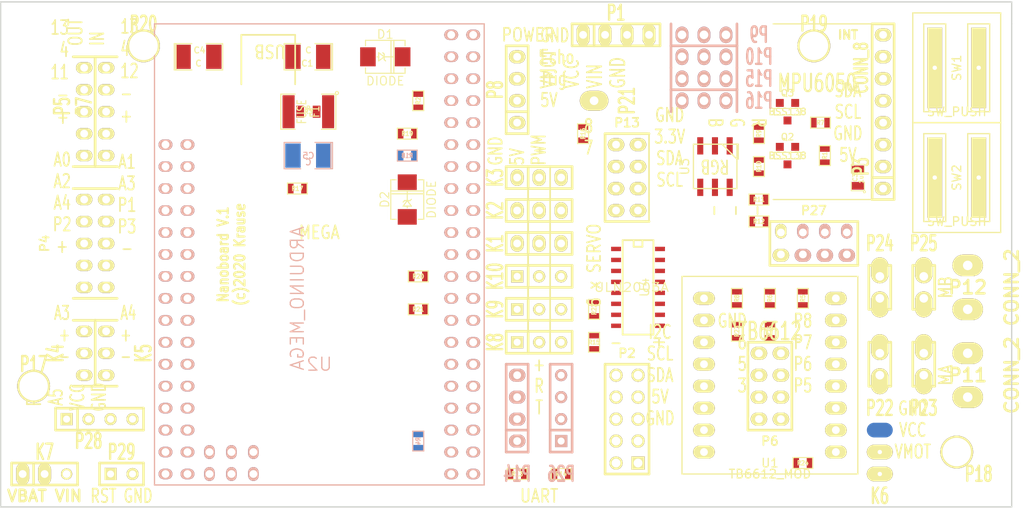
<source format=kicad_pcb>
(kicad_pcb (version 3) (host pcbnew "(2013-03-19 BZR 4004)-stable")

  (general
    (links 216)
    (no_connects 216)
    (area 83.744999 83.744999 201.83105 142.315001)
    (thickness 1.6)
    (drawings 49)
    (tracks 0)
    (zones 0)
    (modules 79)
    (nets 80)
  )

  (page A4)
  (layers
    (15 F.Cu signal)
    (0 B.Cu signal)
    (16 B.Adhes user)
    (17 F.Adhes user)
    (18 B.Paste user)
    (19 F.Paste user)
    (20 B.SilkS user)
    (21 F.SilkS user)
    (22 B.Mask user)
    (23 F.Mask user)
    (24 Dwgs.User user)
    (25 Cmts.User user)
    (26 Eco1.User user)
    (27 Eco2.User user)
    (28 Edge.Cuts user)
  )

  (setup
    (last_trace_width 0.27)
    (user_trace_width 0.75)
    (user_trace_width 1)
    (trace_clearance 0.254)
    (zone_clearance 0.508)
    (zone_45_only no)
    (trace_min 0.254)
    (segment_width 0.2)
    (edge_width 0.15)
    (via_size 0.75)
    (via_drill 0.4)
    (via_min_size 0.7)
    (via_min_drill 0.4)
    (uvia_size 0.508)
    (uvia_drill 0.127)
    (uvias_allowed no)
    (uvia_min_size 0.508)
    (uvia_min_drill 0.127)
    (pcb_text_width 0.3)
    (pcb_text_size 1 1)
    (mod_edge_width 0.15)
    (mod_text_size 1 1)
    (mod_text_width 0.15)
    (pad_size 1.7 3)
    (pad_drill 0.5)
    (pad_to_mask_clearance 0)
    (aux_axis_origin 0 0)
    (visible_elements 7FFF7BFF)
    (pcbplotparams
      (layerselection 3178497)
      (usegerberextensions true)
      (excludeedgelayer true)
      (linewidth 152400)
      (plotframeref false)
      (viasonmask false)
      (mode 1)
      (useauxorigin false)
      (hpglpennumber 1)
      (hpglpenspeed 20)
      (hpglpendiameter 15)
      (hpglpenoverlay 2)
      (psnegative false)
      (psa4output false)
      (plotreference true)
      (plotvalue true)
      (plotothertext true)
      (plotinvisibletext false)
      (padsonsilk false)
      (subtractmaskfromsilk false)
      (outputformat 1)
      (mirror false)
      (drillshape 1)
      (scaleselection 1)
      (outputdirectory ""))
  )

  (net 0 "")
  (net 1 /MA1)
  (net 2 /MA2)
  (net 3 /MB1)
  (net 4 /MB2)
  (net 5 /VUART)
  (net 6 BLUE)
  (net 7 CS_DIS)
  (net 8 GND)
  (net 9 GREEN)
  (net 10 I2C_SEL1)
  (net 11 I2C_SEL2)
  (net 12 LED1)
  (net 13 LED2)
  (net 14 LED3)
  (net 15 LED4)
  (net 16 LED5)
  (net 17 LED6)
  (net 18 LED7)
  (net 19 LS1)
  (net 20 LS2)
  (net 21 LS3)
  (net 22 LS4)
  (net 23 LS5)
  (net 24 LS6)
  (net 25 MGND)
  (net 26 MPU_INT)
  (net 27 N-00000103)
  (net 28 N-0000041)
  (net 29 N-0000073)
  (net 30 N-0000074)
  (net 31 N-0000076)
  (net 32 N-0000077)
  (net 33 N-0000078)
  (net 34 N-0000086)
  (net 35 O1)
  (net 36 O2)
  (net 37 O3)
  (net 38 O4)
  (net 39 P1)
  (net 40 P2)
  (net 41 P3)
  (net 42 P4)
  (net 43 P5)
  (net 44 P6)
  (net 45 PWMA)
  (net 46 PWMB)
  (net 47 PWMSERVO1)
  (net 48 PWMSERVO2)
  (net 49 PWMSERVO3)
  (net 50 PWMSERVO4)
  (net 51 PWMSERVO5)
  (net 52 PWMSERVO6)
  (net 53 RED)
  (net 54 RST)
  (net 55 RX2)
  (net 56 RX3)
  (net 57 SCK)
  (net 58 SCL)
  (net 59 SCL33)
  (net 60 SDA)
  (net 61 SDA33)
  (net 62 SEL5_1)
  (net 63 SEL5_2)
  (net 64 STBY)
  (net 65 SW1)
  (net 66 SW2)
  (net 67 SW3)
  (net 68 SW4)
  (net 69 TX2)
  (net 70 TX3)
  (net 71 US_Echo)
  (net 72 US_TRIG)
  (net 73 V33)
  (net 74 VBAT)
  (net 75 VCC)
  (net 76 VIN)
  (net 77 VIN1)
  (net 78 VIN_MESS)
  (net 79 VSERVO)

  (net_class Default "Dies ist die voreingestellte Netzklasse."
    (clearance 0.254)
    (trace_width 0.27)
    (via_dia 0.75)
    (via_drill 0.4)
    (uvia_dia 0.508)
    (uvia_drill 0.127)
    (add_net "")
    (add_net BLUE)
    (add_net CS_DIS)
    (add_net GREEN)
    (add_net I2C_SEL1)
    (add_net I2C_SEL2)
    (add_net LED1)
    (add_net LED2)
    (add_net LED3)
    (add_net LED4)
    (add_net LED5)
    (add_net LED6)
    (add_net LED7)
    (add_net LS1)
    (add_net LS2)
    (add_net LS3)
    (add_net LS4)
    (add_net LS5)
    (add_net LS6)
    (add_net MPU_INT)
    (add_net N-00000103)
    (add_net N-0000041)
    (add_net N-0000073)
    (add_net N-0000074)
    (add_net N-0000076)
    (add_net N-0000077)
    (add_net N-0000078)
    (add_net N-0000086)
    (add_net O1)
    (add_net O2)
    (add_net O3)
    (add_net O4)
    (add_net PWMA)
    (add_net PWMB)
    (add_net PWMSERVO1)
    (add_net PWMSERVO2)
    (add_net PWMSERVO3)
    (add_net PWMSERVO4)
    (add_net PWMSERVO5)
    (add_net PWMSERVO6)
    (add_net RED)
    (add_net RST)
    (add_net RX2)
    (add_net RX3)
    (add_net SCK)
    (add_net SCL)
    (add_net SCL33)
    (add_net SDA)
    (add_net SDA33)
    (add_net SEL5_1)
    (add_net SEL5_2)
    (add_net STBY)
    (add_net SW1)
    (add_net SW2)
    (add_net SW3)
    (add_net SW4)
    (add_net TX2)
    (add_net TX3)
    (add_net US_Echo)
    (add_net US_TRIG)
    (add_net VIN_MESS)
  )

  (net_class LED ""
    (clearance 0.254)
    (trace_width 0.5)
    (via_dia 0.8)
    (via_drill 0.5)
    (uvia_dia 0.508)
    (uvia_drill 0.127)
    (add_net P1)
    (add_net P2)
    (add_net P3)
    (add_net P4)
    (add_net P5)
    (add_net P6)
  )

  (net_class Power ""
    (clearance 0.254)
    (trace_width 0.6)
    (via_dia 0.9)
    (via_drill 0.6)
    (uvia_dia 0.508)
    (uvia_drill 0.127)
    (add_net /VUART)
    (add_net GND)
    (add_net MGND)
    (add_net V33)
    (add_net VCC)
    (add_net VIN)
    (add_net VSERVO)
  )

  (net_class Power1 ""
    (clearance 0.254)
    (trace_width 1)
    (via_dia 1)
    (via_drill 0.7)
    (uvia_dia 0.508)
    (uvia_drill 0.127)
    (add_net /MA1)
    (add_net /MA2)
    (add_net /MB1)
    (add_net /MB2)
    (add_net VBAT)
    (add_net VIN1)
  )

  (module SIL-3 (layer B.Cu) (tedit 5F775768) (tstamp 59F05A4C)
    (at 165.1 95.25)
    (descr "Connecteur 3 pins")
    (tags "CONN DEV")
    (path /59F058D6)
    (fp_text reference P16 (at 6.35 0) (layer B.SilkS)
      (effects (font (size 1.7907 1.07696) (thickness 0.3048)) (justify mirror))
    )
    (fp_text value CONN_3 (at 0 2.54) (layer B.SilkS) hide
      (effects (font (size 1.524 1.016) (thickness 0.3048)) (justify mirror))
    )
    (fp_line (start -3.81 -1.27) (end -3.81 1.27) (layer B.SilkS) (width 0.3048))
    (fp_line (start 3.81 1.27) (end 3.81 -1.27) (layer B.SilkS) (width 0.3048))
    (fp_line (start 3.81 -1.27) (end -3.81 -1.27) (layer B.SilkS) (width 0.3048))
    (pad 1 thru_hole oval (at -2.54 0) (size 1.45 1.9) (drill 1)
      (layers *.Cu *.Mask B.SilkS)
      (net 41 P3)
    )
    (pad 2 thru_hole oval (at 0 0) (size 1.45 1.9) (drill 1)
      (layers *.Cu *.Mask B.SilkS)
      (net 41 P3)
    )
    (pad 3 thru_hole oval (at 2.54 0) (size 1.45 1.9) (drill 1)
      (layers *.Cu *.Mask B.SilkS)
      (net 44 P6)
    )
  )

  (module SIL-3 (layer B.Cu) (tedit 5F77576B) (tstamp 59F05A5B)
    (at 165.1 92.71)
    (descr "Connecteur 3 pins")
    (tags "CONN DEV")
    (path /59F05967)
    (fp_text reference P15 (at 6.35 0) (layer B.SilkS)
      (effects (font (size 1.7907 1.07696) (thickness 0.3048)) (justify mirror))
    )
    (fp_text value CONN_3 (at 0 2.54) (layer B.SilkS) hide
      (effects (font (size 1.524 1.016) (thickness 0.3048)) (justify mirror))
    )
    (fp_line (start -3.81 -1.27) (end -3.81 1.27) (layer B.SilkS) (width 0.3048))
    (fp_line (start 3.81 1.27) (end 3.81 -1.27) (layer B.SilkS) (width 0.3048))
    (pad 1 thru_hole oval (at -2.54 0) (size 1.45 1.9) (drill 1)
      (layers *.Cu *.Mask B.SilkS)
      (net 40 P2)
    )
    (pad 2 thru_hole oval (at 0 0) (size 1.45 1.9) (drill 1)
      (layers *.Cu *.Mask B.SilkS)
      (net 40 P2)
    )
    (pad 3 thru_hole oval (at 2.54 0) (size 1.45 1.9) (drill 1)
      (layers *.Cu *.Mask B.SilkS)
      (net 43 P5)
    )
  )

  (module SIL-3 (layer B.Cu) (tedit 5F77576E) (tstamp 59EF5A2E)
    (at 165.1 87.63)
    (descr "Connecteur 3 pins")
    (tags "CONN DEV")
    (path /59EF4664)
    (fp_text reference P9 (at 6.35 0) (layer B.SilkS)
      (effects (font (size 1.7907 1.07696) (thickness 0.3048)) (justify mirror))
    )
    (fp_text value CONN_3 (at 0 2.54) (layer B.SilkS) hide
      (effects (font (size 1.524 1.016) (thickness 0.3048)) (justify mirror))
    )
    (fp_line (start -3.81 -1.27) (end -3.81 1.27) (layer B.SilkS) (width 0.3048))
    (fp_line (start -3.81 1.27) (end 3.81 1.27) (layer B.SilkS) (width 0.3048))
    (fp_line (start 3.81 1.27) (end 3.81 -1.27) (layer B.SilkS) (width 0.3048))
    (pad 1 thru_hole oval (at -2.54 0) (size 1.45 1.9) (drill 1)
      (layers *.Cu *.Mask B.SilkS)
      (net 75 VCC)
    )
    (pad 2 thru_hole oval (at 0 0) (size 1.45 1.9) (drill 1)
      (layers *.Cu *.Mask B.SilkS)
      (net 75 VCC)
    )
    (pad 3 thru_hole oval (at 2.54 0) (size 1.45 1.9) (drill 1)
      (layers *.Cu *.Mask B.SilkS)
      (net 75 VCC)
    )
  )

  (module SIL-3 (layer B.Cu) (tedit 5F77576C) (tstamp 59EF5A1C)
    (at 165.1 90.17)
    (descr "Connecteur 3 pins")
    (tags "CONN DEV")
    (path /59EF4673)
    (fp_text reference P10 (at 6.35 0) (layer B.SilkS)
      (effects (font (size 1.7907 1.07696) (thickness 0.3048)) (justify mirror))
    )
    (fp_text value CONN_3 (at 0 2.54) (layer B.SilkS) hide
      (effects (font (size 1.524 1.016) (thickness 0.3048)) (justify mirror))
    )
    (fp_line (start -3.81 -1.27) (end -3.81 1.27) (layer B.SilkS) (width 0.3048))
    (fp_line (start 3.81 1.27) (end 3.81 -1.27) (layer B.SilkS) (width 0.3048))
    (pad 1 thru_hole oval (at -2.54 0) (size 1.45 1.9) (drill 1)
      (layers *.Cu *.Mask B.SilkS)
      (net 39 P1)
    )
    (pad 2 thru_hole oval (at 0 0) (size 1.45 1.9) (drill 1)
      (layers *.Cu *.Mask B.SilkS)
      (net 39 P1)
    )
    (pad 3 thru_hole oval (at 2.54 0) (size 1.45 1.9) (drill 1)
      (layers *.Cu *.Mask B.SilkS)
      (net 42 P4)
    )
  )

  (module SIL-1 (layer F.Cu) (tedit 5F774DDF) (tstamp 59F2FEAD)
    (at 152.4 95.25 90)
    (descr "Connecteurs 1 pin")
    (tags "CONN DEV")
    (path /59F2FE80)
    (fp_text reference P21 (at 0 3.81 90) (layer F.SilkS)
      (effects (font (size 1.72974 1.08712) (thickness 0.27178)))
    )
    (fp_text value CONN_1 (at 0 -2.54 90) (layer F.SilkS) hide
      (effects (font (size 1.524 1.016) (thickness 0.254)))
    )
    (pad 1 thru_hole oval (at 0 0 90) (size 2.3 3.3) (drill 1)
      (layers *.Cu *.Mask F.SilkS)
      (net 8 GND)
    )
  )

  (module PIN_ARRAY_5x2 (layer F.Cu) (tedit 5F7838EB) (tstamp 5A63A509)
    (at 94.742 111.76 90)
    (descr "Double rangee de contacts 2 x 5 pins")
    (tags CONN)
    (path /53B4F88E)
    (fp_text reference P4 (at 0 -5.842 90) (layer F.SilkS)
      (effects (font (size 1.016 1.016) (thickness 0.2032)))
    )
    (fp_text value CONN_5X2 (at 0 -3.81 90) (layer F.SilkS) hide
      (effects (font (size 1.016 1.016) (thickness 0.2032)))
    )
    (fp_line (start 6.35 -2.54) (end 6.35 2.54) (layer F.SilkS) (width 0.3048))
    (fp_line (start -6.35 2.54) (end -6.35 -2.54) (layer F.SilkS) (width 0.3048))
    (pad 1 thru_hole oval (at -5.08 1.27 90) (size 1.3 1.9) (drill 0.9)
      (layers *.Cu *.Mask F.SilkS)
      (net 8 GND)
    )
    (pad 2 thru_hole oval (at -5.08 -1.27 90) (size 1.3 1.9) (drill 0.9)
      (layers *.Cu *.Mask F.SilkS)
      (net 75 VCC)
    )
    (pad 3 thru_hole oval (at -2.54 1.27 90) (size 1.3 1.9) (drill 0.9)
      (layers *.Cu *.Mask F.SilkS)
      (net 14 LED3)
    )
    (pad 4 thru_hole oval (at -2.54 -1.27 90) (size 1.3 1.9) (drill 0.9)
      (layers *.Cu *.Mask F.SilkS)
      (net 13 LED2)
    )
    (pad 5 thru_hole oval (at 0 1.27 90) (size 1.3 1.9) (drill 0.9)
      (layers *.Cu *.Mask F.SilkS)
      (net 12 LED1)
    )
    (pad 6 thru_hole oval (at 0 -1.27 90) (size 1.3 1.9) (drill 0.9)
      (layers *.Cu *.Mask F.SilkS)
      (net 23 LS5)
    )
    (pad 7 thru_hole oval (at 2.54 1.27 90) (size 1.3 1.9) (drill 0.9)
      (layers *.Cu *.Mask F.SilkS)
      (net 22 LS4)
    )
    (pad 8 thru_hole oval (at 2.54 -1.27 90) (size 1.3 1.9) (drill 0.9)
      (layers *.Cu *.Mask F.SilkS)
      (net 21 LS3)
    )
    (pad 9 thru_hole oval (at 5.08 1.27 90) (size 1.3 1.9) (drill 0.9)
      (layers *.Cu *.Mask F.SilkS)
      (net 20 LS2)
    )
    (pad 10 thru_hole oval (at 5.08 -1.27 90) (size 1.3 1.9) (drill 0.9)
      (layers *.Cu *.Mask F.SilkS)
      (net 19 LS1)
    )
    (model pin_array/pins_array_5x2.wrl
      (at (xyz 0 0 0))
      (scale (xyz 1 1 1))
      (rotate (xyz 0 0 0))
    )
  )

  (module SIL-5 (layer F.Cu) (tedit 5A63A515) (tstamp 59EF5A67)
    (at 96.012 95.25 90)
    (descr "Connecteur 5 pins")
    (tags "CONN DEV")
    (path /55773DEF)
    (fp_text reference P7 (at -0.635 -2.54 90) (layer F.SilkS)
      (effects (font (size 1.72974 1.08712) (thickness 0.3048)))
    )
    (fp_text value CONN_5 (at 0 -2.54 90) (layer F.SilkS) hide
      (effects (font (size 1.524 1.016) (thickness 0.3048)))
    )
    (fp_line (start -7.62 1.27) (end -7.62 -1.27) (layer F.SilkS) (width 0.3048))
    (fp_line (start -7.62 -1.27) (end 5.08 -1.27) (layer F.SilkS) (width 0.3048))
    (fp_line (start 5.08 -1.27) (end 5.08 1.27) (layer F.SilkS) (width 0.3048))
    (pad 1 thru_hole oval (at -6.35 0 90) (size 1.3 1.9) (drill 0.9)
      (layers *.Cu *.Mask F.SilkS)
      (net 75 VCC)
    )
    (pad 2 thru_hole oval (at -3.81 0 90) (size 1.3 1.9) (drill 0.9)
      (layers *.Cu *.Mask F.SilkS)
      (net 8 GND)
    )
    (pad 3 thru_hole oval (at -1.27 0 90) (size 1.3 1.9) (drill 0.9)
      (layers *.Cu *.Mask F.SilkS)
    )
    (pad 4 thru_hole oval (at 1.27 0 90) (size 1.3 1.9) (drill 0.9)
      (layers *.Cu *.Mask F.SilkS)
      (net 7 CS_DIS)
    )
    (pad 5 thru_hole oval (at 3.81 0 90) (size 1.3 1.9) (drill 0.9)
      (layers *.Cu *.Mask F.SilkS)
      (net 57 SCK)
    )
  )

  (module SIL-5 (layer F.Cu) (tedit 5A63A506) (tstamp 59EF5A59)
    (at 93.472 95.25 90)
    (descr "Connecteur 5 pins")
    (tags "CONN DEV")
    (path /53B4F812)
    (fp_text reference P5 (at -0.635 -2.54 90) (layer F.SilkS)
      (effects (font (size 1.72974 1.08712) (thickness 0.3048)))
    )
    (fp_text value CONN_5 (at 0 -2.54 90) (layer F.SilkS) hide
      (effects (font (size 1.524 1.016) (thickness 0.3048)))
    )
    (fp_line (start -7.62 1.27) (end -7.62 -1.27) (layer F.SilkS) (width 0.3048))
    (fp_line (start 5.08 -1.27) (end 5.08 1.27) (layer F.SilkS) (width 0.3048))
    (fp_line (start 5.08 1.27) (end -7.62 1.27) (layer F.SilkS) (width 0.3048))
    (pad 1 thru_hole oval (at -6.35 0 90) (size 1.3 1.9) (drill 0.9)
      (layers *.Cu *.Mask F.SilkS)
      (net 75 VCC)
    )
    (pad 2 thru_hole oval (at -3.81 0 90) (size 1.3 1.9) (drill 0.9)
      (layers *.Cu *.Mask F.SilkS)
      (net 8 GND)
    )
    (pad 3 thru_hole oval (at -1.27 0 90) (size 1.3 1.9) (drill 0.9)
      (layers *.Cu *.Mask F.SilkS)
    )
    (pad 4 thru_hole oval (at 1.27 0 90) (size 1.3 1.9) (drill 0.9)
      (layers *.Cu *.Mask F.SilkS)
      (net 7 CS_DIS)
    )
    (pad 5 thru_hole oval (at 3.81 0 90) (size 1.3 1.9) (drill 0.9)
      (layers *.Cu *.Mask F.SilkS)
      (net 57 SCK)
    )
  )

  (module SM0805 (layer F.Cu) (tedit 5F775472) (tstamp 59F09CE7)
    (at 119.38 96.52 180)
    (path /59F09D6A)
    (attr smd)
    (fp_text reference R3 (at 0 0 180) (layer F.SilkS)
      (effects (font (size 0.50038 0.50038) (thickness 0.10922)))
    )
    (fp_text value R (at 0 0.381 180) (layer F.SilkS)
      (effects (font (size 0.50038 0.50038) (thickness 0.10922)))
    )
    (pad 1 smd rect (at -0.9525 0 180) (size 0.889 1.397)
      (layers F.Cu F.Paste F.Mask)
      (net 76 VIN)
    )
    (pad 2 smd rect (at 0.9525 0 180) (size 0.889 1.397)
      (layers F.Cu F.Paste F.Mask)
      (net 77 VIN1)
    )
    (model smd/chip_cms.wrl
      (at (xyz 0 0 0))
      (scale (xyz 0.1 0.1 0.1))
      (rotate (xyz 0 0 0))
    )
  )

  (module SIL-3 (layer F.Cu) (tedit 5F7837DD) (tstamp 59EF5AB8)
    (at 96.012 124.46 90)
    (descr "Connecteur 3 pins")
    (tags "CONN DEV")
    (path /53CE1430)
    (fp_text reference K4 (at 0 -5.842 90) (layer F.SilkS)
      (effects (font (size 1.7907 1.07696) (thickness 0.3048)))
    )
    (fp_text value CONN_3 (at 0 -2.54 90) (layer F.SilkS) hide
      (effects (font (size 1.524 1.016) (thickness 0.3048)))
    )
    (fp_line (start -3.81 1.27) (end -3.81 -1.27) (layer F.SilkS) (width 0.3048))
    (fp_line (start 3.81 -1.27) (end 3.81 1.27) (layer F.SilkS) (width 0.3048))
    (pad 1 thru_hole oval (at -2.54 0 90) (size 1.3 1.9) (drill 0.9)
      (layers *.Cu *.Mask F.SilkS)
      (net 8 GND)
    )
    (pad 2 thru_hole oval (at 0 0 90) (size 1.3 1.9) (drill 0.9)
      (layers *.Cu *.Mask F.SilkS)
      (net 75 VCC)
    )
    (pad 3 thru_hole oval (at 2.54 0 90) (size 1.3 1.9) (drill 0.9)
      (layers *.Cu *.Mask F.SilkS)
      (net 23 LS5)
    )
  )

  (module SIL-3 (layer F.Cu) (tedit 5F7837D6) (tstamp 59EF5AD0)
    (at 93.472 124.46 90)
    (descr "Connecteur 3 pins")
    (tags "CONN DEV")
    (path /55774D0D)
    (fp_text reference K5 (at 0 6.858 90) (layer F.SilkS)
      (effects (font (size 1.7907 1.07696) (thickness 0.3048)))
    )
    (fp_text value CONN_3 (at 0 -2.54 90) (layer F.SilkS) hide
      (effects (font (size 1.524 1.016) (thickness 0.3048)))
    )
    (fp_line (start -3.81 1.27) (end -3.81 -1.27) (layer F.SilkS) (width 0.3048))
    (fp_line (start 3.81 -1.27) (end 3.81 1.27) (layer F.SilkS) (width 0.3048))
    (fp_line (start 3.81 1.27) (end -3.81 1.27) (layer F.SilkS) (width 0.3048))
    (pad 1 thru_hole oval (at -2.54 0 90) (size 1.3 1.9) (drill 0.9)
      (layers *.Cu *.Mask F.SilkS)
      (net 8 GND)
    )
    (pad 2 thru_hole oval (at 0 0 90) (size 1.3 1.9) (drill 0.9)
      (layers *.Cu *.Mask F.SilkS)
      (net 75 VCC)
    )
    (pad 3 thru_hole oval (at 2.54 0 90) (size 1.3 1.9) (drill 0.9)
      (layers *.Cu *.Mask F.SilkS)
      (net 22 LS4)
    )
  )

  (module SIL-8 (layer F.Cu) (tedit 59F1E9FE) (tstamp 59EF5A0A)
    (at 185.801 96.52 90)
    (descr "Connecteur 8 pins")
    (tags "CONN DEV")
    (path /55774AC8)
    (fp_text reference P3 (at -6.35 -2.54 90) (layer F.SilkS)
      (effects (font (size 1.72974 1.08712) (thickness 0.3048)))
    )
    (fp_text value CONN_8 (at 5.08 -2.54 90) (layer F.SilkS)
      (effects (font (size 1.524 1.016) (thickness 0.3048)))
    )
    (fp_line (start -10.16 0) (end -10.16 -12.7) (layer F.SilkS) (width 0.15))
    (fp_line (start 10.16 -12.7) (end 10.16 0) (layer F.SilkS) (width 0.15))
    (fp_line (start -10.16 -1.27) (end 10.16 -1.27) (layer F.SilkS) (width 0.3048))
    (fp_line (start 10.16 -1.27) (end 10.16 1.27) (layer F.SilkS) (width 0.3048))
    (fp_line (start 10.16 1.27) (end -10.16 1.27) (layer F.SilkS) (width 0.3048))
    (fp_line (start -10.16 1.27) (end -10.16 -1.27) (layer F.SilkS) (width 0.3048))
    (fp_line (start -7.62 1.27) (end -7.62 -1.27) (layer F.SilkS) (width 0.3048))
    (pad 1 thru_hole oval (at -8.89 0 90) (size 1.5 1.9) (drill 0.9)
      (layers *.Cu *.Mask F.SilkS)
      (net 75 VCC)
    )
    (pad 2 thru_hole oval (at -6.35 0 90) (size 1.5 1.9) (drill 0.9)
      (layers *.Cu *.Mask F.SilkS)
      (net 8 GND)
    )
    (pad 3 thru_hole oval (at -3.81 0 90) (size 1.5 1.9) (drill 0.9)
      (layers *.Cu *.Mask F.SilkS)
      (net 58 SCL)
    )
    (pad 4 thru_hole oval (at -1.27 0 90) (size 1.5 1.9) (drill 0.9)
      (layers *.Cu *.Mask F.SilkS)
      (net 60 SDA)
    )
    (pad 5 thru_hole oval (at 1.27 0 90) (size 1.5 1.9) (drill 0.9)
      (layers *.Cu *.Mask F.SilkS)
    )
    (pad 6 thru_hole oval (at 3.81 0 90) (size 1.5 1.9) (drill 0.9)
      (layers *.Cu *.Mask F.SilkS)
    )
    (pad 7 thru_hole oval (at 6.35 0 90) (size 1.5 1.9) (drill 0.9)
      (layers *.Cu *.Mask F.SilkS)
    )
    (pad 8 thru_hole oval (at 8.89 0 90) (size 1.5 1.9) (drill 0.9)
      (layers *.Cu *.Mask F.SilkS)
      (net 26 MPU_INT)
    )
  )

  (module pin_array_4x2 (layer F.Cu) (tedit 5F775C68) (tstamp 59EF5B02)
    (at 156.21 104.14 270)
    (descr "Double rangee de contacts 2 x 4 pins")
    (tags CONN)
    (path /59EF3C8A)
    (fp_text reference P13 (at -6.35 0 360) (layer F.SilkS)
      (effects (font (size 1.016 1.016) (thickness 0.2032)))
    )
    (fp_text value CONN_4X2 (at 0 3.81 270) (layer F.SilkS) hide
      (effects (font (size 1.016 1.016) (thickness 0.2032)))
    )
    (fp_line (start 5.08 -2.54) (end 5.08 2.54) (layer F.SilkS) (width 0.3048))
    (fp_line (start 5.08 2.54) (end -5.08 2.54) (layer F.SilkS) (width 0.3048))
    (fp_line (start -5.08 2.54) (end -5.08 -2.54) (layer F.SilkS) (width 0.3048))
    (pad 1 thru_hole oval (at -3.81 1.27 270) (size 1.5 1.9) (drill 0.9)
      (layers *.Cu *.Mask F.SilkS)
      (net 8 GND)
    )
    (pad 2 thru_hole oval (at -3.81 -1.27 270) (size 1.5 1.9) (drill 0.9)
      (layers *.Cu *.Mask F.SilkS)
      (net 8 GND)
    )
    (pad 3 thru_hole oval (at -1.27 1.27 270) (size 1.5 1.9) (drill 0.9)
      (layers *.Cu *.Mask F.SilkS)
      (net 73 V33)
    )
    (pad 4 thru_hole oval (at -1.27 -1.27 270) (size 1.5 1.9) (drill 0.9)
      (layers *.Cu *.Mask F.SilkS)
      (net 73 V33)
    )
    (pad 5 thru_hole oval (at 1.27 1.27 270) (size 1.5 1.9) (drill 0.9)
      (layers *.Cu *.Mask F.SilkS)
      (net 61 SDA33)
    )
    (pad 6 thru_hole oval (at 1.27 -1.27 270) (size 1.5 1.9) (drill 0.9)
      (layers *.Cu *.Mask F.SilkS)
      (net 61 SDA33)
    )
    (pad 7 thru_hole oval (at 3.81 1.27 270) (size 1.5 1.9) (drill 0.9)
      (layers *.Cu *.Mask F.SilkS)
      (net 59 SCL33)
    )
    (pad 8 thru_hole oval (at 3.81 -1.27 270) (size 1.5 1.9) (drill 0.9)
      (layers *.Cu *.Mask F.SilkS)
      (net 59 SCL33)
    )
    (model pin_array/pins_array_4x2.wrl
      (at (xyz 0 0 0))
      (scale (xyz 1 1 1))
      (rotate (xyz 0 0 0))
    )
  )

  (module SIL-3 (layer F.Cu) (tedit 5FA56418) (tstamp 5D26F305)
    (at 185.42 135.89 90)
    (descr "Connecteur 3 pins")
    (tags "CONN DEV")
    (path /59F08B41)
    (fp_text reference K6 (at -5.08 0 180) (layer F.SilkS)
      (effects (font (size 1.7907 1.07696) (thickness 0.3048)))
    )
    (fp_text value CONN_3 (at 0 -2.54 90) (layer F.SilkS) hide
      (effects (font (size 1.524 1.016) (thickness 0.3048)))
    )
    (pad 1 thru_hole oval (at -2.54 0 90) (size 1.7 3) (drill 0.5)
      (layers *.Cu *.Mask F.SilkS)
      (net 76 VIN)
    )
    (pad 2 thru_hole oval (at 0 0 90) (size 1.7 3) (drill 0.5)
      (layers *.Cu *.Mask F.SilkS)
      (net 75 VCC)
    )
    (pad 3 smd oval (at 2.54 0 90) (size 1.7 3)
      (layers B.Cu F.Paste F.Mask)
      (net 25 MGND)
    )
  )

  (module bornier2 (layer F.Cu) (tedit 5FA563B4) (tstamp 59EF5A3D)
    (at 195.58 127 90)
    (descr "Bornier d'alimentation 2 pins")
    (tags DEV)
    (path /59F057E7)
    (fp_text reference P11 (at 0 0 180) (layer F.SilkS)
      (effects (font (size 1.524 1.524) (thickness 0.3048)))
    )
    (fp_text value CONN_2 (at 0 5.08 90) (layer F.SilkS)
      (effects (font (size 1.524 1.524) (thickness 0.3048)))
    )
    (pad 1 thru_hole oval (at -2.54 0 90) (size 2.5 3.54) (drill 1.1)
      (layers *.Cu *.Mask F.SilkS)
      (net 1 /MA1)
    )
    (pad 2 thru_hole oval (at 2.54 0 90) (size 2.5 3.54) (drill 1.1)
      (layers *.Cu *.Mask F.SilkS)
      (net 2 /MA2)
    )
    (model device/bornier_2.wrl
      (at (xyz 0 0 0))
      (scale (xyz 1 1 1))
      (rotate (xyz 0 0 0))
    )
  )

  (module bornier2 (layer F.Cu) (tedit 5F783743) (tstamp 59EF5A4B)
    (at 195.58 116.84 90)
    (descr "Bornier d'alimentation 2 pins")
    (tags DEV)
    (path /59F057F6)
    (fp_text reference P12 (at 0 0 180) (layer F.SilkS)
      (effects (font (size 1.524 1.524) (thickness 0.3048)))
    )
    (fp_text value CONN_2 (at 0 5.08 90) (layer F.SilkS)
      (effects (font (size 1.524 1.524) (thickness 0.3048)))
    )
    (pad 1 thru_hole oval (at -2.54 0 90) (size 2.5 3.54) (drill 1.1)
      (layers *.Cu *.Mask F.SilkS)
      (net 4 /MB2)
    )
    (pad 2 thru_hole oval (at 2.54 0 90) (size 2.5 3.54) (drill 1.1)
      (layers *.Cu *.Mask F.SilkS)
      (net 3 /MB1)
    )
    (model device/bornier_2.wrl
      (at (xyz 0 0 0))
      (scale (xyz 1 1 1))
      (rotate (xyz 0 0 0))
    )
  )

  (module SIL-1 (layer F.Cu) (tedit 59F1C70F) (tstamp 5F775A34)
    (at 100.33 88.9)
    (descr "Connecteurs 1 pin")
    (tags "CONN DEV")
    (path /59F1C5F6)
    (fp_text reference P20 (at 0 -2.54) (layer F.SilkS)
      (effects (font (size 1.72974 1.08712) (thickness 0.27178)))
    )
    (fp_text value CONN_1 (at 0 -2.54) (layer F.SilkS) hide
      (effects (font (size 1.524 1.016) (thickness 0.254)))
    )
    (pad 1 thru_hole circle (at 0 0) (size 3.8 3.8) (drill 3.299999)
      (layers *.Cu *.Mask F.SilkS)
    )
  )

  (module SIL-1 (layer F.Cu) (tedit 59F1C6FA) (tstamp 59F1C63A)
    (at 177.8 88.9)
    (descr "Connecteurs 1 pin")
    (tags "CONN DEV")
    (path /59F1C5E7)
    (fp_text reference P19 (at 0 -2.54) (layer F.SilkS)
      (effects (font (size 1.72974 1.08712) (thickness 0.27178)))
    )
    (fp_text value CONN_1 (at 0 -2.54) (layer F.SilkS) hide
      (effects (font (size 1.524 1.016) (thickness 0.254)))
    )
    (pad 1 thru_hole circle (at 0 0) (size 3.8 3.8) (drill 3.299999)
      (layers *.Cu *.Mask F.SilkS)
    )
  )

  (module SIL-1 (layer F.Cu) (tedit 5F776864) (tstamp 5F773602)
    (at 194.31 135.89)
    (descr "Connecteurs 1 pin")
    (tags "CONN DEV")
    (path /59F1C5D8)
    (fp_text reference P18 (at 2.54 2.54) (layer F.SilkS)
      (effects (font (size 1.72974 1.08712) (thickness 0.27178)))
    )
    (fp_text value CONN_1 (at 0 -2.54) (layer F.SilkS) hide
      (effects (font (size 1.524 1.016) (thickness 0.254)))
    )
    (pad 1 thru_hole circle (at 0 0) (size 3.8 3.8) (drill 3.299999)
      (layers *.Cu *.Mask F.SilkS)
    )
  )

  (module SIL-1 (layer F.Cu) (tedit 59F1C6C8) (tstamp 5F775A4C)
    (at 87.63 128.27)
    (descr "Connecteurs 1 pin")
    (tags "CONN DEV")
    (path /59F1C5C9)
    (fp_text reference P17 (at 0 -2.54) (layer F.SilkS)
      (effects (font (size 1.72974 1.08712) (thickness 0.27178)))
    )
    (fp_text value CONN_1 (at 0 -2.54) (layer F.SilkS) hide
      (effects (font (size 1.524 1.016) (thickness 0.254)))
    )
    (pad 1 thru_hole circle (at 0 0) (size 3.8 3.8) (drill 3.299999)
      (layers *.Cu *.Mask F.SilkS)
    )
  )

  (module TB6612_1 (layer F.Cu) (tedit 5F774F30) (tstamp 59F09489)
    (at 172.72 138.43 180)
    (path /59EF40C5)
    (fp_text reference U1 (at 0 1.27 180) (layer F.SilkS)
      (effects (font (size 1 1) (thickness 0.15)))
    )
    (fp_text value TB6612_MOD (at 0 0 180) (layer F.SilkS)
      (effects (font (size 1 1) (thickness 0.15)))
    )
    (fp_line (start -10.16 0) (end -10.16 22.86) (layer F.SilkS) (width 0.15))
    (fp_line (start -10.16 22.86) (end 10.16 22.86) (layer F.SilkS) (width 0.15))
    (fp_line (start 10.16 22.86) (end 10.16 0) (layer F.SilkS) (width 0.15))
    (fp_line (start -10.16 0) (end 10.16 0) (layer F.SilkS) (width 0.15))
    (pad 1 thru_hole oval (at -7.62 2.54 180) (size 2.5 1.5) (drill 0.9)
      (layers *.Cu *.Mask F.SilkS)
      (net 76 VIN)
    )
    (pad 2 thru_hole oval (at -7.62 5.08 180) (size 2.5 1.5) (drill 0.9)
      (layers *.Cu *.Mask F.SilkS)
      (net 75 VCC)
    )
    (pad 3 thru_hole oval (at -7.62 7.62 180) (size 2.5 1.5) (drill 0.9)
      (layers *.Cu *.Mask F.SilkS)
      (net 25 MGND)
    )
    (pad 4 thru_hole oval (at -7.62 10.16 180) (size 2.5 1.5) (drill 0.9)
      (layers *.Cu *.Mask F.SilkS)
      (net 1 /MA1)
    )
    (pad 5 thru_hole oval (at -7.62 12.7 180) (size 2.5 1.5) (drill 0.9)
      (layers *.Cu *.Mask F.SilkS)
      (net 2 /MA2)
    )
    (pad 6 thru_hole oval (at -7.62 15.24 180) (size 2.5 1.5) (drill 0.9)
      (layers *.Cu *.Mask F.SilkS)
      (net 4 /MB2)
    )
    (pad 7 thru_hole oval (at -7.62 17.78 180) (size 2.5 1.5) (drill 0.9)
      (layers *.Cu *.Mask F.SilkS)
      (net 3 /MB1)
    )
    (pad 8 thru_hole oval (at -7.62 20.32 180) (size 2.5 1.5) (drill 0.9)
      (layers *.Cu *.Mask F.SilkS)
    )
    (pad 9 thru_hole oval (at 7.62 20.32 180) (size 2.5 1.5) (drill 0.9)
      (layers *.Cu *.Mask F.SilkS)
    )
    (pad 10 thru_hole oval (at 7.62 17.78 180) (size 2.5 1.5) (drill 0.9)
      (layers *.Cu *.Mask F.SilkS)
      (net 46 PWMB)
    )
    (pad 11 thru_hole oval (at 7.62 15.24 180) (size 2.5 1.5) (drill 0.9)
      (layers *.Cu *.Mask F.SilkS)
      (net 38 O4)
    )
    (pad 12 thru_hole oval (at 7.62 12.7 180) (size 2.5 1.5) (drill 0.9)
      (layers *.Cu *.Mask F.SilkS)
      (net 37 O3)
    )
    (pad 13 thru_hole oval (at 7.62 10.16 180) (size 2.5 1.5) (drill 0.9)
      (layers *.Cu *.Mask F.SilkS)
      (net 33 N-0000078)
    )
    (pad 14 thru_hole oval (at 7.62 7.62 180) (size 2.5 1.5) (drill 0.9)
      (layers *.Cu *.Mask F.SilkS)
      (net 36 O2)
    )
    (pad 15 thru_hole oval (at 7.62 5.08 180) (size 2.5 1.5) (drill 0.9)
      (layers *.Cu *.Mask F.SilkS)
      (net 35 O1)
    )
    (pad 16 thru_hole oval (at 7.62 2.54 180) (size 2.5 1.5) (drill 0.9)
      (layers *.Cu *.Mask F.SilkS)
      (net 45 PWMA)
    )
  )

  (module SOT23GDS (layer F.Cu) (tedit 50911E03) (tstamp 59EF5903)
    (at 174.752 96.52)
    (descr "Module CMS SOT23 Transistore EBC")
    (tags "CMS SOT")
    (path /557841AC)
    (attr smd)
    (fp_text reference Q3 (at 0 -2.159) (layer F.SilkS)
      (effects (font (size 0.762 0.762) (thickness 0.12954)))
    )
    (fp_text value BSS138 (at 0 0) (layer F.SilkS)
      (effects (font (size 0.762 0.762) (thickness 0.12954)))
    )
    (fp_line (start -1.524 -0.381) (end 1.524 -0.381) (layer F.SilkS) (width 0.11938))
    (fp_line (start 1.524 -0.381) (end 1.524 0.381) (layer F.SilkS) (width 0.11938))
    (fp_line (start 1.524 0.381) (end -1.524 0.381) (layer F.SilkS) (width 0.11938))
    (fp_line (start -1.524 0.381) (end -1.524 -0.381) (layer F.SilkS) (width 0.11938))
    (pad S smd rect (at -0.889 -1.016) (size 0.9144 0.9144)
      (layers F.Cu F.Paste F.Mask)
      (net 61 SDA33)
    )
    (pad G smd rect (at 0.889 -1.016) (size 0.9144 0.9144)
      (layers F.Cu F.Paste F.Mask)
      (net 73 V33)
    )
    (pad D smd rect (at 0 1.016) (size 0.9144 0.9144)
      (layers F.Cu F.Paste F.Mask)
      (net 60 SDA)
    )
    (model smd/cms_sot23.wrl
      (at (xyz 0 0 0))
      (scale (xyz 0.13 0.15 0.15))
      (rotate (xyz 0 0 0))
    )
  )

  (module SOT23GDS (layer F.Cu) (tedit 50911E03) (tstamp 59EF590E)
    (at 174.752 101.6)
    (descr "Module CMS SOT23 Transistore EBC")
    (tags "CMS SOT")
    (path /5578419D)
    (attr smd)
    (fp_text reference Q2 (at 0 -2.159) (layer F.SilkS)
      (effects (font (size 0.762 0.762) (thickness 0.12954)))
    )
    (fp_text value BSS138 (at 0 0) (layer F.SilkS)
      (effects (font (size 0.762 0.762) (thickness 0.12954)))
    )
    (fp_line (start -1.524 -0.381) (end 1.524 -0.381) (layer F.SilkS) (width 0.11938))
    (fp_line (start 1.524 -0.381) (end 1.524 0.381) (layer F.SilkS) (width 0.11938))
    (fp_line (start 1.524 0.381) (end -1.524 0.381) (layer F.SilkS) (width 0.11938))
    (fp_line (start -1.524 0.381) (end -1.524 -0.381) (layer F.SilkS) (width 0.11938))
    (pad S smd rect (at -0.889 -1.016) (size 0.9144 0.9144)
      (layers F.Cu F.Paste F.Mask)
      (net 59 SCL33)
    )
    (pad G smd rect (at 0.889 -1.016) (size 0.9144 0.9144)
      (layers F.Cu F.Paste F.Mask)
      (net 73 V33)
    )
    (pad D smd rect (at 0 1.016) (size 0.9144 0.9144)
      (layers F.Cu F.Paste F.Mask)
      (net 58 SCL)
    )
    (model smd/cms_sot23.wrl
      (at (xyz 0 0 0))
      (scale (xyz 0.13 0.15 0.15))
      (rotate (xyz 0 0 0))
    )
  )

  (module SO16E (layer F.Cu) (tedit 59F08D37) (tstamp 59EF5954)
    (at 157.48 116.84 270)
    (descr "Module CMS SOJ 16 pins etroit")
    (tags "CMS SOJ")
    (path /59EF43C3)
    (attr smd)
    (fp_text reference U4 (at 0 -0.762 270) (layer F.SilkS)
      (effects (font (size 1.016 1.143) (thickness 0.127)))
    )
    (fp_text value ULN2003A (at 0 0.762 540) (layer F.SilkS)
      (effects (font (size 1.016 1.143) (thickness 0.127)))
    )
    (fp_line (start -5.461 -1.778) (end 5.461 -1.778) (layer F.SilkS) (width 0.2032))
    (fp_line (start 5.461 -1.778) (end 5.461 1.778) (layer F.SilkS) (width 0.2032))
    (fp_line (start 5.461 1.778) (end -5.461 1.778) (layer F.SilkS) (width 0.2032))
    (fp_line (start -5.461 1.778) (end -5.461 -1.778) (layer F.SilkS) (width 0.2032))
    (fp_line (start -5.461 -0.508) (end -4.699 -0.508) (layer F.SilkS) (width 0.2032))
    (fp_line (start -4.699 -0.508) (end -4.699 0.508) (layer F.SilkS) (width 0.2032))
    (fp_line (start -4.699 0.508) (end -5.461 0.508) (layer F.SilkS) (width 0.2032))
    (pad 1 smd rect (at -4.445 2.54 270) (size 0.508 1.143)
      (layers F.Cu F.Paste F.Mask)
      (net 18 LED7)
    )
    (pad 2 smd rect (at -3.175 2.54 270) (size 0.508 1.143)
      (layers F.Cu F.Paste F.Mask)
      (net 17 LED6)
    )
    (pad 3 smd rect (at -1.905 2.54 270) (size 0.508 1.143)
      (layers F.Cu F.Paste F.Mask)
      (net 16 LED5)
    )
    (pad 4 smd rect (at -0.635 2.54 270) (size 0.508 1.143)
      (layers F.Cu F.Paste F.Mask)
      (net 15 LED4)
    )
    (pad 5 smd rect (at 0.635 2.54 270) (size 0.508 1.143)
      (layers F.Cu F.Paste F.Mask)
      (net 14 LED3)
    )
    (pad 6 smd rect (at 1.905 2.54 270) (size 0.508 1.143)
      (layers F.Cu F.Paste F.Mask)
      (net 13 LED2)
    )
    (pad 7 smd rect (at 3.175 2.54 270) (size 0.508 1.143)
      (layers F.Cu F.Paste F.Mask)
      (net 12 LED1)
    )
    (pad 8 smd rect (at 4.445 2.54 270) (size 0.508 1.143)
      (layers F.Cu F.Paste F.Mask)
      (net 8 GND)
    )
    (pad 9 smd rect (at 4.445 -2.54 270) (size 0.508 1.143)
      (layers F.Cu F.Paste F.Mask)
      (net 75 VCC)
    )
    (pad 10 smd rect (at 3.175 -2.54 270) (size 0.508 1.143)
      (layers F.Cu F.Paste F.Mask)
      (net 39 P1)
    )
    (pad 11 smd rect (at 1.905 -2.54 270) (size 0.508 1.143)
      (layers F.Cu F.Paste F.Mask)
      (net 40 P2)
    )
    (pad 12 smd rect (at 0.635 -2.54 270) (size 0.508 1.143)
      (layers F.Cu F.Paste F.Mask)
      (net 41 P3)
    )
    (pad 13 smd rect (at -0.635 -2.54 270) (size 0.508 1.143)
      (layers F.Cu F.Paste F.Mask)
      (net 42 P4)
    )
    (pad 14 smd rect (at -1.905 -2.54 270) (size 0.508 1.143)
      (layers F.Cu F.Paste F.Mask)
      (net 43 P5)
    )
    (pad 15 smd rect (at -3.175 -2.54 270) (size 0.508 1.143)
      (layers F.Cu F.Paste F.Mask)
      (net 44 P6)
    )
    (pad 16 smd rect (at -4.445 -2.54 270) (size 0.508 1.143)
      (layers F.Cu F.Paste F.Mask)
    )
    (model smd/cms_so16.wrl
      (at (xyz 0 0 0))
      (scale (xyz 0.5 0.3 0.5))
      (rotate (xyz 0 0 0))
    )
  )

  (module SM1812 (layer F.Cu) (tedit 3D638E5E) (tstamp 59EF597C)
    (at 119.38 96.52 180)
    (tags "CMS SM")
    (path /53CE0932)
    (attr smd)
    (fp_text reference F1 (at -0.74676 0 270) (layer F.SilkS)
      (effects (font (size 1.016 0.762) (thickness 0.127)))
    )
    (fp_text value FUSE (at 0.762 0 270) (layer F.SilkS)
      (effects (font (size 1.016 0.762) (thickness 0.127)))
    )
    (fp_circle (center -3.302 2.159) (end -3.175 2.032) (layer F.SilkS) (width 0.127))
    (fp_line (start 1.524 2.032) (end 3.175 2.032) (layer F.SilkS) (width 0.127))
    (fp_line (start 3.175 2.032) (end 3.175 -2.032) (layer F.SilkS) (width 0.127))
    (fp_line (start 3.175 -2.032) (end 1.524 -2.032) (layer F.SilkS) (width 0.127))
    (fp_line (start -1.524 -2.032) (end -3.175 -2.032) (layer F.SilkS) (width 0.127))
    (fp_line (start -3.175 -2.032) (end -3.175 2.032) (layer F.SilkS) (width 0.127))
    (fp_line (start -3.175 2.032) (end -1.524 2.032) (layer F.SilkS) (width 0.127))
    (pad 1 smd rect (at -2.286 0 180) (size 1.397 3.81)
      (layers F.Cu F.Paste F.Mask)
      (net 76 VIN)
    )
    (pad 2 smd rect (at 2.286 0 180) (size 1.397 3.81)
      (layers F.Cu F.Paste F.Mask)
      (net 77 VIN1)
    )
    (model smd/chip_cms.wrl
      (at (xyz 0 0 0))
      (scale (xyz 0.21 0.3 0.2))
      (rotate (xyz 0 0 0))
    )
  )

  (module SM1210L (layer F.Cu) (tedit 51014C14) (tstamp 59EF5989)
    (at 119.38 90.17 180)
    (tags "CMS SM")
    (path /59EF5586)
    (attr smd)
    (fp_text reference C1 (at 0.127 -0.762 180) (layer F.SilkS)
      (effects (font (size 0.7 0.7) (thickness 0.127)))
    )
    (fp_text value C (at 0 0.762 180) (layer F.SilkS)
      (effects (font (size 0.7 0.7) (thickness 0.127)))
    )
    (fp_line (start -2.794 -1.524) (end -2.794 1.524) (layer F.SilkS) (width 0.127))
    (fp_line (start 0.889 1.524) (end 2.794 1.524) (layer F.SilkS) (width 0.127))
    (fp_line (start 2.794 1.524) (end 2.794 -1.524) (layer F.SilkS) (width 0.127))
    (fp_line (start 2.794 -1.524) (end 0.889 -1.524) (layer F.SilkS) (width 0.127))
    (fp_line (start -0.762 -1.524) (end -2.794 -1.524) (layer F.SilkS) (width 0.127))
    (fp_line (start -2.594 -1.524) (end -2.594 1.524) (layer F.SilkS) (width 0.127))
    (fp_line (start -2.794 1.524) (end -0.762 1.524) (layer F.SilkS) (width 0.127))
    (pad 1 smd rect (at -1.778 0 180) (size 1.778 2.794)
      (layers F.Cu F.Paste F.Mask)
      (net 76 VIN)
    )
    (pad 2 smd rect (at 1.778 0 180) (size 1.778 2.794)
      (layers F.Cu F.Paste F.Mask)
      (net 8 GND)
    )
    (model smd/chip_cms.wrl
      (at (xyz 0 0 0))
      (scale (xyz 0.2 0.2 0.2))
      (rotate (xyz 0 0 0))
    )
  )

  (module SM1210L (layer B.Cu) (tedit 5F77546C) (tstamp 59EF5996)
    (at 119.38 101.6 180)
    (tags "CMS SM")
    (path /59EF5469)
    (attr smd)
    (fp_text reference C5 (at 0 0 180) (layer B.SilkS)
      (effects (font (size 0.7 0.7) (thickness 0.127)) (justify mirror))
    )
    (fp_text value C (at 0 -0.762 180) (layer B.SilkS)
      (effects (font (size 0.7 0.7) (thickness 0.127)) (justify mirror))
    )
    (fp_line (start -2.794 1.524) (end -2.794 -1.524) (layer B.SilkS) (width 0.127))
    (fp_line (start 0.889 -1.524) (end 2.794 -1.524) (layer B.SilkS) (width 0.127))
    (fp_line (start 2.794 -1.524) (end 2.794 1.524) (layer B.SilkS) (width 0.127))
    (fp_line (start 2.794 1.524) (end 0.889 1.524) (layer B.SilkS) (width 0.127))
    (fp_line (start -0.762 1.524) (end -2.794 1.524) (layer B.SilkS) (width 0.127))
    (fp_line (start -2.594 1.524) (end -2.594 -1.524) (layer B.SilkS) (width 0.127))
    (fp_line (start -2.794 -1.524) (end -0.762 -1.524) (layer B.SilkS) (width 0.127))
    (pad 1 smd rect (at -1.778 0 180) (size 1.778 2.794)
      (layers B.Cu B.Paste B.Mask)
      (net 73 V33)
    )
    (pad 2 smd rect (at 1.778 0 180) (size 1.778 2.794)
      (layers B.Cu B.Paste B.Mask)
      (net 8 GND)
    )
    (model smd/chip_cms.wrl
      (at (xyz 0 0 0))
      (scale (xyz 0.2 0.2 0.2))
      (rotate (xyz 0 0 0))
    )
  )

  (module SM1210L (layer F.Cu) (tedit 51014C14) (tstamp 59EF59A3)
    (at 106.68 90.17)
    (tags "CMS SM")
    (path /59EF544B)
    (attr smd)
    (fp_text reference C4 (at 0.127 -0.762) (layer F.SilkS)
      (effects (font (size 0.7 0.7) (thickness 0.127)))
    )
    (fp_text value C (at 0 0.762) (layer F.SilkS)
      (effects (font (size 0.7 0.7) (thickness 0.127)))
    )
    (fp_line (start -2.794 -1.524) (end -2.794 1.524) (layer F.SilkS) (width 0.127))
    (fp_line (start 0.889 1.524) (end 2.794 1.524) (layer F.SilkS) (width 0.127))
    (fp_line (start 2.794 1.524) (end 2.794 -1.524) (layer F.SilkS) (width 0.127))
    (fp_line (start 2.794 -1.524) (end 0.889 -1.524) (layer F.SilkS) (width 0.127))
    (fp_line (start -0.762 -1.524) (end -2.794 -1.524) (layer F.SilkS) (width 0.127))
    (fp_line (start -2.594 -1.524) (end -2.594 1.524) (layer F.SilkS) (width 0.127))
    (fp_line (start -2.794 1.524) (end -0.762 1.524) (layer F.SilkS) (width 0.127))
    (pad 1 smd rect (at -1.778 0) (size 1.778 2.794)
      (layers F.Cu F.Paste F.Mask)
      (net 75 VCC)
    )
    (pad 2 smd rect (at 1.778 0) (size 1.778 2.794)
      (layers F.Cu F.Paste F.Mask)
      (net 8 GND)
    )
    (model smd/chip_cms.wrl
      (at (xyz 0 0 0))
      (scale (xyz 0.2 0.2 0.2))
      (rotate (xyz 0 0 0))
    )
  )

  (module SM0805 (layer F.Cu) (tedit 5091495C) (tstamp 59EF59B0)
    (at 182.88 104.14 90)
    (path /53CE13AA)
    (attr smd)
    (fp_text reference C3 (at 0 -0.3175 90) (layer F.SilkS)
      (effects (font (size 0.50038 0.50038) (thickness 0.10922)))
    )
    (fp_text value 1uF (at 0 0.381 90) (layer F.SilkS)
      (effects (font (size 0.50038 0.50038) (thickness 0.10922)))
    )
    (fp_circle (center -1.651 0.762) (end -1.651 0.635) (layer F.SilkS) (width 0.09906))
    (fp_line (start -0.508 0.762) (end -1.524 0.762) (layer F.SilkS) (width 0.09906))
    (fp_line (start -1.524 0.762) (end -1.524 -0.762) (layer F.SilkS) (width 0.09906))
    (fp_line (start -1.524 -0.762) (end -0.508 -0.762) (layer F.SilkS) (width 0.09906))
    (fp_line (start 0.508 -0.762) (end 1.524 -0.762) (layer F.SilkS) (width 0.09906))
    (fp_line (start 1.524 -0.762) (end 1.524 0.762) (layer F.SilkS) (width 0.09906))
    (fp_line (start 1.524 0.762) (end 0.508 0.762) (layer F.SilkS) (width 0.09906))
    (pad 1 smd rect (at -0.9525 0 90) (size 0.889 1.397)
      (layers F.Cu F.Paste F.Mask)
      (net 75 VCC)
    )
    (pad 2 smd rect (at 0.9525 0 90) (size 0.889 1.397)
      (layers F.Cu F.Paste F.Mask)
      (net 8 GND)
    )
    (model smd/chip_cms.wrl
      (at (xyz 0 0 0))
      (scale (xyz 0.1 0.1 0.1))
      (rotate (xyz 0 0 0))
    )
  )

  (module SM0603 (layer F.Cu) (tedit 4E43A3D1) (tstamp 5F7757FD)
    (at 176.53 118.11 90)
    (path /5F52503F)
    (attr smd)
    (fp_text reference R5 (at 0 0 90) (layer F.SilkS)
      (effects (font (size 0.508 0.4572) (thickness 0.1143)))
    )
    (fp_text value R (at 0 0 90) (layer F.SilkS) hide
      (effects (font (size 0.508 0.4572) (thickness 0.1143)))
    )
    (fp_line (start -1.143 -0.635) (end 1.143 -0.635) (layer F.SilkS) (width 0.127))
    (fp_line (start 1.143 -0.635) (end 1.143 0.635) (layer F.SilkS) (width 0.127))
    (fp_line (start 1.143 0.635) (end -1.143 0.635) (layer F.SilkS) (width 0.127))
    (fp_line (start -1.143 0.635) (end -1.143 -0.635) (layer F.SilkS) (width 0.127))
    (pad 1 smd rect (at -0.762 0 90) (size 0.635 1.143)
      (layers F.Cu F.Paste F.Mask)
      (net 75 VCC)
    )
    (pad 2 smd rect (at 0.762 0 90) (size 0.635 1.143)
      (layers F.Cu F.Paste F.Mask)
      (net 5 /VUART)
    )
    (model smd\resistors\R0603.wrl
      (at (xyz 0 0 0.001))
      (scale (xyz 0.5 0.5 0.5))
      (rotate (xyz 0 0 0))
    )
  )

  (module SM0603 (layer B.Cu) (tedit 4E43A3D1) (tstamp 59EF59D1)
    (at 132.08 134.62 270)
    (path /5F52504F)
    (attr smd)
    (fp_text reference R4 (at 0 0 270) (layer B.SilkS)
      (effects (font (size 0.508 0.4572) (thickness 0.1143)) (justify mirror))
    )
    (fp_text value R (at 0 0 270) (layer B.SilkS) hide
      (effects (font (size 0.508 0.4572) (thickness 0.1143)) (justify mirror))
    )
    (fp_line (start -1.143 0.635) (end 1.143 0.635) (layer B.SilkS) (width 0.127))
    (fp_line (start 1.143 0.635) (end 1.143 -0.635) (layer B.SilkS) (width 0.127))
    (fp_line (start 1.143 -0.635) (end -1.143 -0.635) (layer B.SilkS) (width 0.127))
    (fp_line (start -1.143 -0.635) (end -1.143 0.635) (layer B.SilkS) (width 0.127))
    (pad 1 smd rect (at -0.762 0 270) (size 0.635 1.143)
      (layers B.Cu B.Paste B.Mask)
      (net 70 TX3)
    )
    (pad 2 smd rect (at 0.762 0 270) (size 0.635 1.143)
      (layers B.Cu B.Paste B.Mask)
      (net 28 N-0000041)
    )
    (model smd\resistors\R0603.wrl
      (at (xyz 0 0 0.001))
      (scale (xyz 0.5 0.5 0.5))
      (rotate (xyz 0 0 0))
    )
  )

  (module SM0603 (layer F.Cu) (tedit 4E43A3D1) (tstamp 5F775808)
    (at 172.72 118.11 90)
    (path /5F525045)
    (attr smd)
    (fp_text reference R6 (at 0 0 90) (layer F.SilkS)
      (effects (font (size 0.508 0.4572) (thickness 0.1143)))
    )
    (fp_text value R (at 0 0 90) (layer F.SilkS) hide
      (effects (font (size 0.508 0.4572) (thickness 0.1143)))
    )
    (fp_line (start -1.143 -0.635) (end 1.143 -0.635) (layer F.SilkS) (width 0.127))
    (fp_line (start 1.143 -0.635) (end 1.143 0.635) (layer F.SilkS) (width 0.127))
    (fp_line (start 1.143 0.635) (end -1.143 0.635) (layer F.SilkS) (width 0.127))
    (fp_line (start -1.143 0.635) (end -1.143 -0.635) (layer F.SilkS) (width 0.127))
    (pad 1 smd rect (at -0.762 0 90) (size 0.635 1.143)
      (layers F.Cu F.Paste F.Mask)
      (net 73 V33)
    )
    (pad 2 smd rect (at 0.762 0 90) (size 0.635 1.143)
      (layers F.Cu F.Paste F.Mask)
      (net 5 /VUART)
    )
    (model smd\resistors\R0603.wrl
      (at (xyz 0 0 0.001))
      (scale (xyz 0.5 0.5 0.5))
      (rotate (xyz 0 0 0))
    )
  )

  (module SM0603 (layer F.Cu) (tedit 4E43A3D1) (tstamp 59EF59E5)
    (at 132.08 95.25 90)
    (path /5F64B9A6)
    (attr smd)
    (fp_text reference R2 (at 0 0 90) (layer F.SilkS)
      (effects (font (size 0.508 0.4572) (thickness 0.1143)))
    )
    (fp_text value R (at 0 0 90) (layer F.SilkS) hide
      (effects (font (size 0.508 0.4572) (thickness 0.1143)))
    )
    (fp_line (start -1.143 -0.635) (end 1.143 -0.635) (layer F.SilkS) (width 0.127))
    (fp_line (start 1.143 -0.635) (end 1.143 0.635) (layer F.SilkS) (width 0.127))
    (fp_line (start 1.143 0.635) (end -1.143 0.635) (layer F.SilkS) (width 0.127))
    (fp_line (start -1.143 0.635) (end -1.143 -0.635) (layer F.SilkS) (width 0.127))
    (pad 1 smd rect (at -0.762 0 90) (size 0.635 1.143)
      (layers F.Cu F.Paste F.Mask)
      (net 31 N-0000076)
    )
    (pad 2 smd rect (at 0.762 0 90) (size 0.635 1.143)
      (layers F.Cu F.Paste F.Mask)
      (net 8 GND)
    )
    (model smd\resistors\R0603.wrl
      (at (xyz 0 0 0.001))
      (scale (xyz 0.5 0.5 0.5))
      (rotate (xyz 0 0 0))
    )
  )

  (module SM0603 (layer F.Cu) (tedit 4E43A3D1) (tstamp 59EF59EF)
    (at 178.562 97.79 180)
    (path /557841BB)
    (attr smd)
    (fp_text reference R7 (at 0 0 180) (layer F.SilkS)
      (effects (font (size 0.508 0.4572) (thickness 0.1143)))
    )
    (fp_text value 10k (at 0 0 180) (layer F.SilkS) hide
      (effects (font (size 0.508 0.4572) (thickness 0.1143)))
    )
    (fp_line (start -1.143 -0.635) (end 1.143 -0.635) (layer F.SilkS) (width 0.127))
    (fp_line (start 1.143 -0.635) (end 1.143 0.635) (layer F.SilkS) (width 0.127))
    (fp_line (start 1.143 0.635) (end -1.143 0.635) (layer F.SilkS) (width 0.127))
    (fp_line (start -1.143 0.635) (end -1.143 -0.635) (layer F.SilkS) (width 0.127))
    (pad 1 smd rect (at -0.762 0 180) (size 0.635 1.143)
      (layers F.Cu F.Paste F.Mask)
      (net 75 VCC)
    )
    (pad 2 smd rect (at 0.762 0 180) (size 0.635 1.143)
      (layers F.Cu F.Paste F.Mask)
      (net 60 SDA)
    )
    (model smd\resistors\R0603.wrl
      (at (xyz 0 0 0.001))
      (scale (xyz 0.5 0.5 0.5))
      (rotate (xyz 0 0 0))
    )
  )

  (module SM0603 (layer F.Cu) (tedit 4E43A3D1) (tstamp 59EF59F9)
    (at 179.07 101.6 270)
    (path /557841CA)
    (attr smd)
    (fp_text reference R1 (at 0 0 270) (layer F.SilkS)
      (effects (font (size 0.508 0.4572) (thickness 0.1143)))
    )
    (fp_text value 10k (at 0 0 270) (layer F.SilkS) hide
      (effects (font (size 0.508 0.4572) (thickness 0.1143)))
    )
    (fp_line (start -1.143 -0.635) (end 1.143 -0.635) (layer F.SilkS) (width 0.127))
    (fp_line (start 1.143 -0.635) (end 1.143 0.635) (layer F.SilkS) (width 0.127))
    (fp_line (start 1.143 0.635) (end -1.143 0.635) (layer F.SilkS) (width 0.127))
    (fp_line (start -1.143 0.635) (end -1.143 -0.635) (layer F.SilkS) (width 0.127))
    (pad 1 smd rect (at -0.762 0 270) (size 0.635 1.143)
      (layers F.Cu F.Paste F.Mask)
      (net 75 VCC)
    )
    (pad 2 smd rect (at 0.762 0 270) (size 0.635 1.143)
      (layers F.Cu F.Paste F.Mask)
      (net 58 SCL)
    )
    (model smd\resistors\R0603.wrl
      (at (xyz 0 0 0.001))
      (scale (xyz 0.5 0.5 0.5))
      (rotate (xyz 0 0 0))
    )
  )

  (module SIL-4 (layer B.Cu) (tedit 5F77398B) (tstamp 59EF5A76)
    (at 143.51 130.81 90)
    (descr "Connecteur 4 pibs")
    (tags "CONN DEV")
    (path /59F0563C)
    (fp_text reference P14 (at -7.62 0 360) (layer B.SilkS)
      (effects (font (size 1.73482 1.08712) (thickness 0.3048)) (justify mirror))
    )
    (fp_text value CONN_4 (at 0 2.54 90) (layer B.SilkS) hide
      (effects (font (size 1.524 1.016) (thickness 0.3048)) (justify mirror))
    )
    (fp_line (start -5.08 1.27) (end -5.08 1.27) (layer B.SilkS) (width 0.3048))
    (fp_line (start -5.08 -1.27) (end -5.08 1.27) (layer B.SilkS) (width 0.3048))
    (fp_line (start -5.08 1.27) (end -5.08 1.27) (layer B.SilkS) (width 0.3048))
    (fp_line (start -5.08 1.27) (end 5.08 1.27) (layer B.SilkS) (width 0.3048))
    (fp_line (start 5.08 1.27) (end 5.08 -1.27) (layer B.SilkS) (width 0.3048))
    (fp_line (start 5.08 -1.27) (end -5.08 -1.27) (layer B.SilkS) (width 0.3048))
    (fp_line (start -2.54 -1.27) (end -2.54 1.27) (layer B.SilkS) (width 0.3048))
    (pad 1 thru_hole oval (at -3.81 0 90) (size 1.5 1.9) (drill 0.9)
      (layers *.Cu *.Mask B.SilkS)
      (net 29 N-0000073)
    )
    (pad 2 thru_hole oval (at -1.27 0 90) (size 1.5 1.9) (drill 0.9)
      (layers *.Cu *.Mask B.SilkS)
      (net 55 RX2)
    )
    (pad 3 thru_hole oval (at 1.27 0 90) (size 1.5 1.9) (drill 0.9)
      (layers *.Cu *.Mask B.SilkS)
      (net 5 /VUART)
    )
    (pad 4 thru_hole oval (at 3.81 0 90) (size 1.5 1.9) (drill 0.9)
      (layers *.Cu *.Mask B.SilkS)
      (net 8 GND)
    )
  )

  (module SIL-4 (layer F.Cu) (tedit 200000) (tstamp 59EF5A85)
    (at 143.51 93.98 90)
    (descr "Connecteur 4 pibs")
    (tags "CONN DEV")
    (path /53BFF60E)
    (fp_text reference P8 (at 0 -2.54 90) (layer F.SilkS)
      (effects (font (size 1.73482 1.08712) (thickness 0.3048)))
    )
    (fp_text value CONN_4 (at 0 -2.54 90) (layer F.SilkS) hide
      (effects (font (size 1.524 1.016) (thickness 0.3048)))
    )
    (fp_line (start -5.08 -1.27) (end -5.08 -1.27) (layer F.SilkS) (width 0.3048))
    (fp_line (start -5.08 1.27) (end -5.08 -1.27) (layer F.SilkS) (width 0.3048))
    (fp_line (start -5.08 -1.27) (end -5.08 -1.27) (layer F.SilkS) (width 0.3048))
    (fp_line (start -5.08 -1.27) (end 5.08 -1.27) (layer F.SilkS) (width 0.3048))
    (fp_line (start 5.08 -1.27) (end 5.08 1.27) (layer F.SilkS) (width 0.3048))
    (fp_line (start 5.08 1.27) (end -5.08 1.27) (layer F.SilkS) (width 0.3048))
    (fp_line (start -2.54 1.27) (end -2.54 -1.27) (layer F.SilkS) (width 0.3048))
    (pad 1 thru_hole oval (at -3.81 0 90) (size 1.5 1.9) (drill 0.9)
      (layers *.Cu *.Mask F.SilkS)
      (net 75 VCC)
    )
    (pad 2 thru_hole oval (at -1.27 0 90) (size 1.5 1.9) (drill 0.9)
      (layers *.Cu *.Mask F.SilkS)
      (net 72 US_TRIG)
    )
    (pad 3 thru_hole oval (at 1.27 0 90) (size 1.5 1.9) (drill 0.9)
      (layers *.Cu *.Mask F.SilkS)
      (net 71 US_Echo)
    )
    (pad 4 thru_hole oval (at 3.81 0 90) (size 1.5 1.9) (drill 0.9)
      (layers *.Cu *.Mask F.SilkS)
      (net 8 GND)
    )
  )

  (module SIL-4 (layer F.Cu) (tedit 5F774D5F) (tstamp 59EF5A94)
    (at 154.94 87.63)
    (descr "Connecteur 4 pibs")
    (tags "CONN DEV")
    (path /53B64740)
    (fp_text reference P1 (at 0 -2.54) (layer F.SilkS)
      (effects (font (size 1.73482 1.08712) (thickness 0.3048)))
    )
    (fp_text value CONN_4 (at 0 -2.54) (layer F.SilkS) hide
      (effects (font (size 1.524 1.016) (thickness 0.3048)))
    )
    (fp_line (start -5.08 -1.27) (end -5.08 -1.27) (layer F.SilkS) (width 0.3048))
    (fp_line (start -5.08 1.27) (end -5.08 -1.27) (layer F.SilkS) (width 0.3048))
    (fp_line (start -5.08 -1.27) (end -5.08 -1.27) (layer F.SilkS) (width 0.3048))
    (fp_line (start -5.08 -1.27) (end 5.08 -1.27) (layer F.SilkS) (width 0.3048))
    (fp_line (start 5.08 -1.27) (end 5.08 1.27) (layer F.SilkS) (width 0.3048))
    (fp_line (start 5.08 1.27) (end -5.08 1.27) (layer F.SilkS) (width 0.3048))
    (fp_line (start -2.54 1.27) (end -2.54 -1.27) (layer F.SilkS) (width 0.3048))
    (pad 1 thru_hole oval (at -3.81 0) (size 1.5 2.5) (drill 0.9)
      (layers *.Cu *.Mask F.SilkS)
      (net 74 VBAT)
    )
    (pad 2 thru_hole oval (at -1.27 0) (size 1.5 2.5) (drill 0.9)
      (layers *.Cu *.Mask F.SilkS)
      (net 27 N-00000103)
    )
    (pad 3 thru_hole oval (at 1.27 0) (size 1.5 2.5) (drill 0.9)
      (layers *.Cu *.Mask F.SilkS)
      (net 27 N-00000103)
    )
    (pad 4 thru_hole oval (at 3.81 0) (size 1.5 2.5) (drill 0.9)
      (layers *.Cu *.Mask F.SilkS)
      (net 8 GND)
    )
  )

  (module SIL-3 (layer F.Cu) (tedit 5F774D42) (tstamp 59EF5AA0)
    (at 146.05 107.95)
    (descr "Connecteur 3 pins")
    (tags "CONN DEV")
    (path /53B4FB32)
    (fp_text reference K2 (at -5.08 0 90) (layer F.SilkS)
      (effects (font (size 1.7907 1.07696) (thickness 0.3048)))
    )
    (fp_text value CONN_3 (at 0 -2.54) (layer F.SilkS) hide
      (effects (font (size 1.524 1.016) (thickness 0.3048)))
    )
    (fp_line (start -3.81 1.27) (end -3.81 -1.27) (layer F.SilkS) (width 0.3048))
    (fp_line (start -3.81 -1.27) (end 3.81 -1.27) (layer F.SilkS) (width 0.3048))
    (fp_line (start 3.81 -1.27) (end 3.81 1.27) (layer F.SilkS) (width 0.3048))
    (fp_line (start 3.81 1.27) (end -3.81 1.27) (layer F.SilkS) (width 0.3048))
    (fp_line (start -1.27 -1.27) (end -1.27 1.27) (layer F.SilkS) (width 0.3048))
    (pad 1 thru_hole oval (at -2.54 0) (size 1.5 1.9) (drill 0.9)
      (layers *.Cu *.Mask F.SilkS)
      (net 25 MGND)
    )
    (pad 2 thru_hole oval (at 0 0) (size 1.5 1.9) (drill 0.9)
      (layers *.Cu *.Mask F.SilkS)
      (net 79 VSERVO)
    )
    (pad 3 thru_hole oval (at 2.54 0) (size 1.5 1.9) (drill 0.9)
      (layers *.Cu *.Mask F.SilkS)
      (net 51 PWMSERVO5)
    )
  )

  (module SIL-3 (layer F.Cu) (tedit 5F774D43) (tstamp 59EF5AAC)
    (at 146.05 111.76)
    (descr "Connecteur 3 pins")
    (tags "CONN DEV")
    (path /53B4FB23)
    (fp_text reference K1 (at -5.08 0 90) (layer F.SilkS)
      (effects (font (size 1.7907 1.07696) (thickness 0.3048)))
    )
    (fp_text value CONN_3 (at 0 -2.54) (layer F.SilkS) hide
      (effects (font (size 1.524 1.016) (thickness 0.3048)))
    )
    (fp_line (start -3.81 1.27) (end -3.81 -1.27) (layer F.SilkS) (width 0.3048))
    (fp_line (start -3.81 -1.27) (end 3.81 -1.27) (layer F.SilkS) (width 0.3048))
    (fp_line (start 3.81 -1.27) (end 3.81 1.27) (layer F.SilkS) (width 0.3048))
    (fp_line (start 3.81 1.27) (end -3.81 1.27) (layer F.SilkS) (width 0.3048))
    (fp_line (start -1.27 -1.27) (end -1.27 1.27) (layer F.SilkS) (width 0.3048))
    (pad 1 thru_hole oval (at -2.54 0) (size 1.5 1.9) (drill 0.9)
      (layers *.Cu *.Mask F.SilkS)
      (net 25 MGND)
    )
    (pad 2 thru_hole oval (at 0 0) (size 1.5 1.9) (drill 0.9)
      (layers *.Cu *.Mask F.SilkS)
      (net 79 VSERVO)
    )
    (pad 3 thru_hole oval (at 2.54 0) (size 1.5 1.9) (drill 0.9)
      (layers *.Cu *.Mask F.SilkS)
      (net 50 PWMSERVO4)
    )
  )

  (module SIL-3 (layer F.Cu) (tedit 5F774D3F) (tstamp 59EF5AC4)
    (at 146.05 104.14)
    (descr "Connecteur 3 pins")
    (tags "CONN DEV")
    (path /53BFF7D0)
    (fp_text reference K3 (at -5.08 0 90) (layer F.SilkS)
      (effects (font (size 1.7907 1.07696) (thickness 0.3048)))
    )
    (fp_text value CONN_3 (at 0 -2.54) (layer F.SilkS) hide
      (effects (font (size 1.524 1.016) (thickness 0.3048)))
    )
    (fp_line (start -3.81 1.27) (end -3.81 -1.27) (layer F.SilkS) (width 0.3048))
    (fp_line (start -3.81 -1.27) (end 3.81 -1.27) (layer F.SilkS) (width 0.3048))
    (fp_line (start 3.81 -1.27) (end 3.81 1.27) (layer F.SilkS) (width 0.3048))
    (fp_line (start 3.81 1.27) (end -3.81 1.27) (layer F.SilkS) (width 0.3048))
    (fp_line (start -1.27 -1.27) (end -1.27 1.27) (layer F.SilkS) (width 0.3048))
    (pad 1 thru_hole oval (at -2.54 0) (size 1.5 1.9) (drill 0.9)
      (layers *.Cu *.Mask F.SilkS)
      (net 25 MGND)
    )
    (pad 2 thru_hole oval (at 0 0) (size 1.5 1.9) (drill 0.9)
      (layers *.Cu *.Mask F.SilkS)
      (net 79 VSERVO)
    )
    (pad 3 thru_hole oval (at 2.54 0) (size 1.5 1.9) (drill 0.9)
      (layers *.Cu *.Mask F.SilkS)
      (net 52 PWMSERVO6)
    )
  )

  (module pin_array_4x2 (layer F.Cu) (tedit 5F7757AE) (tstamp 59EF5AF2)
    (at 172.72 128.27 90)
    (descr "Double rangee de contacts 2 x 4 pins")
    (tags CONN)
    (path /59EF3F07)
    (fp_text reference P6 (at -6.35 0 180) (layer F.SilkS)
      (effects (font (size 1.016 1.016) (thickness 0.2032)))
    )
    (fp_text value CONN_4X2 (at 0 3.81 90) (layer F.SilkS) hide
      (effects (font (size 1.016 1.016) (thickness 0.2032)))
    )
    (fp_line (start -5.08 -2.54) (end 5.08 -2.54) (layer F.SilkS) (width 0.3048))
    (fp_line (start 5.08 -2.54) (end 5.08 2.54) (layer F.SilkS) (width 0.3048))
    (fp_line (start 5.08 2.54) (end -5.08 2.54) (layer F.SilkS) (width 0.3048))
    (fp_line (start -5.08 2.54) (end -5.08 -2.54) (layer F.SilkS) (width 0.3048))
    (pad 1 thru_hole oval (at -3.81 1.27 90) (size 1.5 1.9) (drill 0.9)
      (layers *.Cu *.Mask F.SilkS)
      (net 35 O1)
    )
    (pad 2 thru_hole oval (at -3.81 -1.27 90) (size 1.5 1.9) (drill 0.9)
      (layers *.Cu *.Mask F.SilkS)
      (net 45 PWMA)
    )
    (pad 3 thru_hole oval (at -1.27 1.27 90) (size 1.5 1.9) (drill 0.9)
      (layers *.Cu *.Mask F.SilkS)
      (net 36 O2)
    )
    (pad 4 thru_hole oval (at -1.27 -1.27 90) (size 1.5 1.9) (drill 0.9)
      (layers *.Cu *.Mask F.SilkS)
      (net 46 PWMB)
    )
    (pad 5 thru_hole oval (at 1.27 1.27 90) (size 1.5 1.9) (drill 0.9)
      (layers *.Cu *.Mask F.SilkS)
      (net 37 O3)
    )
    (pad 6 thru_hole oval (at 1.27 -1.27 90) (size 1.5 1.9) (drill 0.9)
      (layers *.Cu *.Mask F.SilkS)
    )
    (pad 7 thru_hole oval (at 3.81 1.27 90) (size 1.5 1.9) (drill 0.9)
      (layers *.Cu *.Mask F.SilkS)
      (net 38 O4)
    )
    (pad 8 thru_hole oval (at 3.81 -1.27 90) (size 1.5 1.9) (drill 0.9)
      (layers *.Cu *.Mask F.SilkS)
      (net 8 GND)
    )
    (model pin_array/pins_array_4x2.wrl
      (at (xyz 0 0 0))
      (scale (xyz 1 1 1))
      (rotate (xyz 0 0 0))
    )
  )

  (module SM0603 (layer F.Cu) (tedit 4E43A3D1) (tstamp 5A639A80)
    (at 168.91 118.11 90)
    (path /5F63827E)
    (attr smd)
    (fp_text reference R8 (at 0 0 90) (layer F.SilkS)
      (effects (font (size 0.508 0.4572) (thickness 0.1143)))
    )
    (fp_text value R (at 0 0 90) (layer F.SilkS) hide
      (effects (font (size 0.508 0.4572) (thickness 0.1143)))
    )
    (fp_line (start -1.143 -0.635) (end 1.143 -0.635) (layer F.SilkS) (width 0.127))
    (fp_line (start 1.143 -0.635) (end 1.143 0.635) (layer F.SilkS) (width 0.127))
    (fp_line (start 1.143 0.635) (end -1.143 0.635) (layer F.SilkS) (width 0.127))
    (fp_line (start -1.143 0.635) (end -1.143 -0.635) (layer F.SilkS) (width 0.127))
    (pad 1 smd rect (at -0.762 0 90) (size 0.635 1.143)
      (layers F.Cu F.Paste F.Mask)
      (net 34 N-0000086)
    )
    (pad 2 smd rect (at 0.762 0 90) (size 0.635 1.143)
      (layers F.Cu F.Paste F.Mask)
      (net 8 GND)
    )
    (model smd\resistors\R0603.wrl
      (at (xyz 0 0 0.001))
      (scale (xyz 0.5 0.5 0.5))
      (rotate (xyz 0 0 0))
    )
  )

  (module SM0603 (layer F.Cu) (tedit 4E43A3D1) (tstamp 5A639A8A)
    (at 143.51 138.43)
    (path /5A639C65)
    (attr smd)
    (fp_text reference R13 (at 0 0) (layer F.SilkS)
      (effects (font (size 0.508 0.4572) (thickness 0.1143)))
    )
    (fp_text value R (at 0 0) (layer F.SilkS) hide
      (effects (font (size 0.508 0.4572) (thickness 0.1143)))
    )
    (fp_line (start -1.143 -0.635) (end 1.143 -0.635) (layer F.SilkS) (width 0.127))
    (fp_line (start 1.143 -0.635) (end 1.143 0.635) (layer F.SilkS) (width 0.127))
    (fp_line (start 1.143 0.635) (end -1.143 0.635) (layer F.SilkS) (width 0.127))
    (fp_line (start -1.143 0.635) (end -1.143 -0.635) (layer F.SilkS) (width 0.127))
    (pad 1 smd rect (at -0.762 0) (size 0.635 1.143)
      (layers F.Cu F.Paste F.Mask)
      (net 69 TX2)
    )
    (pad 2 smd rect (at 0.762 0) (size 0.635 1.143)
      (layers F.Cu F.Paste F.Mask)
      (net 29 N-0000073)
    )
    (model smd\resistors\R0603.wrl
      (at (xyz 0 0 0.001))
      (scale (xyz 0.5 0.5 0.5))
      (rotate (xyz 0 0 0))
    )
  )

  (module SM0603 (layer F.Cu) (tedit 4E43A3D1) (tstamp 5A639A94)
    (at 171.45 99.06 90)
    (path /5A639805)
    (attr smd)
    (fp_text reference R9 (at 0 0 90) (layer F.SilkS)
      (effects (font (size 0.508 0.4572) (thickness 0.1143)))
    )
    (fp_text value R (at 0 0 90) (layer F.SilkS) hide
      (effects (font (size 0.508 0.4572) (thickness 0.1143)))
    )
    (fp_line (start -1.143 -0.635) (end 1.143 -0.635) (layer F.SilkS) (width 0.127))
    (fp_line (start 1.143 -0.635) (end 1.143 0.635) (layer F.SilkS) (width 0.127))
    (fp_line (start 1.143 0.635) (end -1.143 0.635) (layer F.SilkS) (width 0.127))
    (fp_line (start -1.143 0.635) (end -1.143 -0.635) (layer F.SilkS) (width 0.127))
    (pad 1 smd rect (at -0.762 0 90) (size 0.635 1.143)
      (layers F.Cu F.Paste F.Mask)
      (net 8 GND)
    )
    (pad 2 smd rect (at 0.762 0 90) (size 0.635 1.143)
      (layers F.Cu F.Paste F.Mask)
      (net 65 SW1)
    )
    (model smd\resistors\R0603.wrl
      (at (xyz 0 0 0.001))
      (scale (xyz 0.5 0.5 0.5))
      (rotate (xyz 0 0 0))
    )
  )

  (module SM0603 (layer F.Cu) (tedit 4E43A3D1) (tstamp 5A639A9E)
    (at 148.59 138.43 180)
    (path /5A639154)
    (attr smd)
    (fp_text reference R14 (at 0 0 180) (layer F.SilkS)
      (effects (font (size 0.508 0.4572) (thickness 0.1143)))
    )
    (fp_text value R (at 0 0 180) (layer F.SilkS) hide
      (effects (font (size 0.508 0.4572) (thickness 0.1143)))
    )
    (fp_line (start -1.143 -0.635) (end 1.143 -0.635) (layer F.SilkS) (width 0.127))
    (fp_line (start 1.143 -0.635) (end 1.143 0.635) (layer F.SilkS) (width 0.127))
    (fp_line (start 1.143 0.635) (end -1.143 0.635) (layer F.SilkS) (width 0.127))
    (fp_line (start -1.143 0.635) (end -1.143 -0.635) (layer F.SilkS) (width 0.127))
    (pad 1 smd rect (at -0.762 0 180) (size 0.635 1.143)
      (layers F.Cu F.Paste F.Mask)
      (net 75 VCC)
    )
    (pad 2 smd rect (at 0.762 0 180) (size 0.635 1.143)
      (layers F.Cu F.Paste F.Mask)
      (net 5 /VUART)
    )
    (model smd\resistors\R0603.wrl
      (at (xyz 0 0 0.001))
      (scale (xyz 0.5 0.5 0.5))
      (rotate (xyz 0 0 0))
    )
  )

  (module SM0603 (layer F.Cu) (tedit 5F775DA1) (tstamp 5A639AA8)
    (at 152.4 123.19 90)
    (path /5A639163)
    (attr smd)
    (fp_text reference R15 (at 0 0 360) (layer F.SilkS)
      (effects (font (size 0.508 0.4572) (thickness 0.1143)))
    )
    (fp_text value R (at 0 0 90) (layer F.SilkS) hide
      (effects (font (size 0.508 0.4572) (thickness 0.1143)))
    )
    (fp_line (start -1.143 -0.635) (end 1.143 -0.635) (layer F.SilkS) (width 0.127))
    (fp_line (start 1.143 -0.635) (end 1.143 0.635) (layer F.SilkS) (width 0.127))
    (fp_line (start 1.143 0.635) (end -1.143 0.635) (layer F.SilkS) (width 0.127))
    (fp_line (start -1.143 0.635) (end -1.143 -0.635) (layer F.SilkS) (width 0.127))
    (pad 1 smd rect (at -0.762 0 90) (size 0.635 1.143)
      (layers F.Cu F.Paste F.Mask)
      (net 73 V33)
    )
    (pad 2 smd rect (at 0.762 0 90) (size 0.635 1.143)
      (layers F.Cu F.Paste F.Mask)
      (net 5 /VUART)
    )
    (model smd\resistors\R0603.wrl
      (at (xyz 0 0 0.001))
      (scale (xyz 0.5 0.5 0.5))
      (rotate (xyz 0 0 0))
    )
  )

  (module SM0603 (layer F.Cu) (tedit 4E43A3D1) (tstamp 5A639AB2)
    (at 171.45 109.22)
    (path /5A6397F6)
    (attr smd)
    (fp_text reference R12 (at 0 0) (layer F.SilkS)
      (effects (font (size 0.508 0.4572) (thickness 0.1143)))
    )
    (fp_text value R (at 0 0) (layer F.SilkS) hide
      (effects (font (size 0.508 0.4572) (thickness 0.1143)))
    )
    (fp_line (start -1.143 -0.635) (end 1.143 -0.635) (layer F.SilkS) (width 0.127))
    (fp_line (start 1.143 -0.635) (end 1.143 0.635) (layer F.SilkS) (width 0.127))
    (fp_line (start 1.143 0.635) (end -1.143 0.635) (layer F.SilkS) (width 0.127))
    (fp_line (start -1.143 0.635) (end -1.143 -0.635) (layer F.SilkS) (width 0.127))
    (pad 1 smd rect (at -0.762 0) (size 0.635 1.143)
      (layers F.Cu F.Paste F.Mask)
      (net 8 GND)
    )
    (pad 2 smd rect (at 0.762 0) (size 0.635 1.143)
      (layers F.Cu F.Paste F.Mask)
      (net 68 SW4)
    )
    (model smd\resistors\R0603.wrl
      (at (xyz 0 0 0.001))
      (scale (xyz 0.5 0.5 0.5))
      (rotate (xyz 0 0 0))
    )
  )

  (module SM0603 (layer F.Cu) (tedit 4E43A3D1) (tstamp 5A639ABC)
    (at 171.45 102.87 90)
    (path /5A6397D8)
    (attr smd)
    (fp_text reference R10 (at 0 0 90) (layer F.SilkS)
      (effects (font (size 0.508 0.4572) (thickness 0.1143)))
    )
    (fp_text value R (at 0 0 90) (layer F.SilkS) hide
      (effects (font (size 0.508 0.4572) (thickness 0.1143)))
    )
    (fp_line (start -1.143 -0.635) (end 1.143 -0.635) (layer F.SilkS) (width 0.127))
    (fp_line (start 1.143 -0.635) (end 1.143 0.635) (layer F.SilkS) (width 0.127))
    (fp_line (start 1.143 0.635) (end -1.143 0.635) (layer F.SilkS) (width 0.127))
    (fp_line (start -1.143 0.635) (end -1.143 -0.635) (layer F.SilkS) (width 0.127))
    (pad 1 smd rect (at -0.762 0 90) (size 0.635 1.143)
      (layers F.Cu F.Paste F.Mask)
      (net 8 GND)
    )
    (pad 2 smd rect (at 0.762 0 90) (size 0.635 1.143)
      (layers F.Cu F.Paste F.Mask)
      (net 66 SW2)
    )
    (model smd\resistors\R0603.wrl
      (at (xyz 0 0 0.001))
      (scale (xyz 0.5 0.5 0.5))
      (rotate (xyz 0 0 0))
    )
  )

  (module SM0603 (layer F.Cu) (tedit 5F777C5A) (tstamp 5A639AC6)
    (at 171.45 106.68)
    (path /5A6397E7)
    (attr smd)
    (fp_text reference R11 (at 0 0) (layer F.SilkS)
      (effects (font (size 0.508 0.4572) (thickness 0.1143)))
    )
    (fp_text value R (at 0 0) (layer F.SilkS) hide
      (effects (font (size 0.508 0.4572) (thickness 0.1143)))
    )
    (fp_line (start -1.143 -0.635) (end 1.143 -0.635) (layer F.SilkS) (width 0.127))
    (fp_line (start 1.143 -0.635) (end 1.143 0.635) (layer F.SilkS) (width 0.127))
    (fp_line (start 1.143 0.635) (end -1.143 0.635) (layer F.SilkS) (width 0.127))
    (fp_line (start -1.143 0.635) (end -1.143 -0.635) (layer F.SilkS) (width 0.127))
    (pad 1 smd rect (at -0.762 0) (size 0.635 1.143)
      (layers F.Cu F.Paste F.Mask)
      (net 8 GND)
    )
    (pad 2 smd rect (at 0.762 0) (size 0.635 1.143)
      (layers F.Cu F.Paste F.Mask)
      (net 67 SW3)
    )
    (model smd\resistors\R0603.wrl
      (at (xyz 0 0 0.001))
      (scale (xyz 0.5 0.5 0.5))
      (rotate (xyz 0 0 0))
    )
  )

  (module SIL-3 (layer F.Cu) (tedit 5A639EA4) (tstamp 5A639AD2)
    (at 88.9 138.43)
    (descr "Connecteur 3 pins")
    (tags "CONN DEV")
    (path /5A6390C8)
    (fp_text reference K7 (at 0 -2.54) (layer F.SilkS)
      (effects (font (size 1.7907 1.07696) (thickness 0.3048)))
    )
    (fp_text value CONN_3 (at 0 -2.54) (layer F.SilkS) hide
      (effects (font (size 1.524 1.016) (thickness 0.3048)))
    )
    (fp_line (start -3.81 1.27) (end -3.81 -1.27) (layer F.SilkS) (width 0.3048))
    (fp_line (start -3.81 -1.27) (end 3.81 -1.27) (layer F.SilkS) (width 0.3048))
    (fp_line (start 3.81 -1.27) (end 3.81 1.27) (layer F.SilkS) (width 0.3048))
    (fp_line (start 3.81 1.27) (end -3.81 1.27) (layer F.SilkS) (width 0.3048))
    (fp_line (start -1.27 -1.27) (end -1.27 1.27) (layer F.SilkS) (width 0.3048))
    (pad 1 thru_hole oval (at -2.54 0) (size 1.5 2.5) (drill 0.9)
      (layers *.Cu *.Mask F.SilkS)
      (net 74 VBAT)
    )
    (pad 2 thru_hole oval (at 0 0) (size 1.5 2.5) (drill 0.9)
      (layers *.Cu *.Mask F.SilkS)
      (net 76 VIN)
    )
    (pad 3 thru_hole oval (at 2.54 0) (size 1.3 1.3) (drill 0.9)
      (layers *.Cu *.Mask F.SilkS)
    )
  )

  (module SIL-2 (layer F.Cu) (tedit 5FA56424) (tstamp 5A639ADC)
    (at 185.42 125.73 90)
    (descr "Connecteurs 2 pins")
    (tags "CONN DEV")
    (path /5A639113)
    (fp_text reference P22 (at -5.08 0 180) (layer F.SilkS)
      (effects (font (size 1.72974 1.08712) (thickness 0.3048)))
    )
    (fp_text value CONN_2 (at 0 -2.54 90) (layer F.SilkS) hide
      (effects (font (size 1.524 1.016) (thickness 0.3048)))
    )
    (fp_line (start -2.54 1.27) (end -2.54 -1.27) (layer F.SilkS) (width 0.3048))
    (fp_line (start -2.54 -1.27) (end 2.54 -1.27) (layer F.SilkS) (width 0.3048))
    (fp_line (start 2.54 -1.27) (end 2.54 1.27) (layer F.SilkS) (width 0.3048))
    (fp_line (start 2.54 1.27) (end -2.54 1.27) (layer F.SilkS) (width 0.3048))
    (pad 1 thru_hole oval (at -1.27 0 90) (size 3 2) (drill 1 (offset -0.7 0))
      (layers *.Cu *.Mask F.SilkS)
      (net 1 /MA1)
    )
    (pad 2 thru_hole oval (at 1.27 0 90) (size 3 2) (drill 1 (offset 0.7 0))
      (layers *.Cu *.Mask F.SilkS)
      (net 2 /MA2)
    )
  )

  (module SIL-2 (layer F.Cu) (tedit 5FA56426) (tstamp 5A639AE6)
    (at 190.5 125.73 90)
    (descr "Connecteurs 2 pins")
    (tags "CONN DEV")
    (path /5A639104)
    (fp_text reference P23 (at -5.08 0 180) (layer F.SilkS)
      (effects (font (size 1.72974 1.08712) (thickness 0.3048)))
    )
    (fp_text value CONN_2 (at 0 -2.54 90) (layer F.SilkS) hide
      (effects (font (size 1.524 1.016) (thickness 0.3048)))
    )
    (fp_line (start -2.54 1.27) (end -2.54 -1.27) (layer F.SilkS) (width 0.3048))
    (fp_line (start -2.54 -1.27) (end 2.54 -1.27) (layer F.SilkS) (width 0.3048))
    (fp_line (start 2.54 -1.27) (end 2.54 1.27) (layer F.SilkS) (width 0.3048))
    (fp_line (start 2.54 1.27) (end -2.54 1.27) (layer F.SilkS) (width 0.3048))
    (pad 1 thru_hole oval (at -1.27 0 90) (size 3 2) (drill 1 (offset -0.7 0))
      (layers *.Cu *.Mask F.SilkS)
      (net 1 /MA1)
    )
    (pad 2 thru_hole oval (at 1.27 0 90) (size 3 2) (drill 1 (offset 0.7 0))
      (layers *.Cu *.Mask F.SilkS)
      (net 2 /MA2)
    )
  )

  (module SIL-2 (layer F.Cu) (tedit 5FA563E7) (tstamp 5A639AF0)
    (at 185.42 116.84 270)
    (descr "Connecteurs 2 pins")
    (tags "CONN DEV")
    (path /5A6390F5)
    (fp_text reference P24 (at -5.08 0 360) (layer F.SilkS)
      (effects (font (size 1.72974 1.08712) (thickness 0.3048)))
    )
    (fp_text value CONN_2 (at 0 -2.54 270) (layer F.SilkS) hide
      (effects (font (size 1.524 1.016) (thickness 0.3048)))
    )
    (fp_line (start -2.54 1.27) (end -2.54 -1.27) (layer F.SilkS) (width 0.3048))
    (fp_line (start -2.54 -1.27) (end 2.54 -1.27) (layer F.SilkS) (width 0.3048))
    (fp_line (start 2.54 -1.27) (end 2.54 1.27) (layer F.SilkS) (width 0.3048))
    (fp_line (start 2.54 1.27) (end -2.54 1.27) (layer F.SilkS) (width 0.3048))
    (pad 1 thru_hole oval (at -1.27 0 270) (size 3 2) (drill 1 (offset -0.7 0))
      (layers *.Cu *.Mask F.SilkS)
      (net 3 /MB1)
    )
    (pad 2 thru_hole oval (at 1.27 0 270) (size 3 2) (drill 1 (offset 0.7 0))
      (layers *.Cu *.Mask F.SilkS)
      (net 4 /MB2)
    )
  )

  (module SIL-2 (layer F.Cu) (tedit 5FA563EF) (tstamp 5A639AFA)
    (at 190.5 116.84 270)
    (descr "Connecteurs 2 pins")
    (tags "CONN DEV")
    (path /5A6390E6)
    (fp_text reference P25 (at -5.08 0 360) (layer F.SilkS)
      (effects (font (size 1.72974 1.08712) (thickness 0.3048)))
    )
    (fp_text value CONN_2 (at 0 -2.54 270) (layer F.SilkS) hide
      (effects (font (size 1.524 1.016) (thickness 0.3048)))
    )
    (fp_line (start -2.54 1.27) (end -2.54 -1.27) (layer F.SilkS) (width 0.3048))
    (fp_line (start -2.54 -1.27) (end 2.54 -1.27) (layer F.SilkS) (width 0.3048))
    (fp_line (start 2.54 -1.27) (end 2.54 1.27) (layer F.SilkS) (width 0.3048))
    (fp_line (start 2.54 1.27) (end -2.54 1.27) (layer F.SilkS) (width 0.3048))
    (pad 1 thru_hole oval (at -1.27 0 270) (size 3 2) (drill 1 (offset -0.7 0))
      (layers *.Cu *.Mask F.SilkS)
      (net 3 /MB1)
    )
    (pad 2 thru_hole oval (at 1.27 0 270) (size 3 2) (drill 1 (offset 0.7 0))
      (layers *.Cu *.Mask F.SilkS)
      (net 4 /MB2)
    )
  )

  (module pin_array_4x2 (layer F.Cu) (tedit 5A63A707) (tstamp 5A63A7A1)
    (at 177.8 111.76)
    (descr "Double rangee de contacts 2 x 4 pins")
    (tags CONN)
    (path /5A6395CB)
    (fp_text reference P27 (at 0 -3.81) (layer F.SilkS)
      (effects (font (size 1.016 1.016) (thickness 0.2032)))
    )
    (fp_text value CONN_4X2 (at 0 3.81) (layer F.SilkS) hide
      (effects (font (size 1.016 1.016) (thickness 0.2032)))
    )
    (fp_line (start -5.08 -2.54) (end 5.08 -2.54) (layer F.SilkS) (width 0.3048))
    (fp_line (start 5.08 -2.54) (end 5.08 2.54) (layer F.SilkS) (width 0.3048))
    (fp_line (start 5.08 2.54) (end -5.08 2.54) (layer F.SilkS) (width 0.3048))
    (fp_line (start -5.08 2.54) (end -5.08 -2.54) (layer F.SilkS) (width 0.3048))
    (pad 1 thru_hole oval (at -3.81 1.27) (size 1.9 1.5) (drill 0.9 (offset 0 0.1))
      (layers *.Cu *.Mask F.SilkS)
      (net 75 VCC)
    )
    (pad 2 thru_hole oval (at -3.81 -1.27) (size 1.3 1.7) (drill 0.9 (offset 0 -0.15))
      (layers *.Cu *.Mask F.SilkS)
      (net 65 SW1)
    )
    (pad 3 thru_hole oval (at -1.27 1.27) (size 1.9 1.5) (drill 0.9 (offset 0 0.1))
      (layers *.Cu *.Mask B.SilkS)
      (net 75 VCC)
    )
    (pad 4 thru_hole oval (at -1.27 -1.27) (size 1.3 1.7) (drill 0.9 (offset 0 -0.15))
      (layers *.Cu *.Mask B.SilkS)
      (net 66 SW2)
    )
    (pad 5 thru_hole oval (at 1.27 1.27) (size 1.9 1.5) (drill 0.9 (offset 0 0.1))
      (layers *.Cu *.Mask B.SilkS)
      (net 75 VCC)
    )
    (pad 6 thru_hole oval (at 1.27 -1.27) (size 1.3 1.7) (drill 0.9 (offset 0 -0.15))
      (layers *.Cu *.Mask B.SilkS)
      (net 67 SW3)
    )
    (pad 7 thru_hole oval (at 3.81 1.27) (size 1.9 1.5) (drill 0.9 (offset 0 0.1))
      (layers *.Cu *.Mask B.SilkS)
      (net 75 VCC)
    )
    (pad 8 thru_hole oval (at 3.81 -1.27) (size 1.3 1.7) (drill 0.9 (offset 0 -0.15))
      (layers *.Cu *.Mask B.SilkS)
      (net 68 SW4)
    )
    (model pin_array/pins_array_4x2.wrl
      (at (xyz 0 0 0))
      (scale (xyz 1 1 1))
      (rotate (xyz 0 0 0))
    )
  )

  (module SM0603 (layer F.Cu) (tedit 4E43A3D1) (tstamp 5C93BFD8)
    (at 151.13 99.06 270)
    (path /5C93BF16)
    (attr smd)
    (fp_text reference R16 (at 0 0 270) (layer F.SilkS)
      (effects (font (size 0.508 0.4572) (thickness 0.1143)))
    )
    (fp_text value 0 (at 0 0 270) (layer F.SilkS) hide
      (effects (font (size 0.508 0.4572) (thickness 0.1143)))
    )
    (fp_line (start -1.143 -0.635) (end 1.143 -0.635) (layer F.SilkS) (width 0.127))
    (fp_line (start 1.143 -0.635) (end 1.143 0.635) (layer F.SilkS) (width 0.127))
    (fp_line (start 1.143 0.635) (end -1.143 0.635) (layer F.SilkS) (width 0.127))
    (fp_line (start -1.143 0.635) (end -1.143 -0.635) (layer F.SilkS) (width 0.127))
    (pad 1 smd rect (at -0.762 0 270) (size 0.635 1.143)
      (layers F.Cu F.Paste F.Mask)
      (net 8 GND)
    )
    (pad 2 smd rect (at 0.762 0 270) (size 0.635 1.143)
      (layers F.Cu F.Paste F.Mask)
      (net 25 MGND)
    )
    (model smd\resistors\R0603.wrl
      (at (xyz 0 0 0.001))
      (scale (xyz 0.5 0.5 0.5))
      (rotate (xyz 0 0 0))
    )
  )

  (module "DO-214AA(SMB)" (layer F.Cu) (tedit 50924A37) (tstamp 5C93BFF0)
    (at 128.27 90.17)
    (descr "DO-214AA (SMB)  PACKAGE.")
    (tags "DO-214AA SMB")
    (path /5C93BE22)
    (attr smd)
    (fp_text reference D1 (at 0 -2.60096) (layer F.SilkS)
      (effects (font (size 1.00076 1.00076) (thickness 0.11938)))
    )
    (fp_text value DIODE (at 0 2.79908) (layer F.SilkS)
      (effects (font (size 1.00076 1.00076) (thickness 0.11938)))
    )
    (fp_line (start -0.762 0) (end -0.9652 0) (layer F.SilkS) (width 0.127))
    (fp_line (start -2.286 -1.905) (end 2.286 -1.905) (layer F.SilkS) (width 0.127))
    (fp_line (start 2.286 -1.905) (end 2.286 -1.27) (layer F.SilkS) (width 0.127))
    (fp_line (start 0.6604 1.905) (end 0.6604 -1.905) (layer F.SilkS) (width 0.127))
    (fp_line (start 0.9906 1.905) (end 0.9906 -1.905) (layer F.SilkS) (width 0.127))
    (fp_line (start -2.286 1.27) (end -2.286 1.905) (layer F.SilkS) (width 0.127))
    (fp_line (start -2.286 1.905) (end 2.286 1.905) (layer F.SilkS) (width 0.127))
    (fp_line (start 2.286 1.905) (end 2.286 1.27) (layer F.SilkS) (width 0.127))
    (fp_line (start -2.286 -1.27) (end -2.286 -1.905) (layer F.SilkS) (width 0.127))
    (fp_line (start -0.127 0) (end -0.762 -0.47498) (layer F.SilkS) (width 0.127))
    (fp_line (start -0.762 -0.47498) (end -0.762 0) (layer F.SilkS) (width 0.127))
    (fp_line (start -0.762 0) (end -0.762 0.47498) (layer F.SilkS) (width 0.127))
    (fp_line (start -0.762 0.47498) (end -0.127 0) (layer F.SilkS) (width 0.127))
    (fp_line (start -0.127 0) (end -0.127 -0.3175) (layer F.SilkS) (width 0.127))
    (fp_line (start -0.127 -0.3175) (end -0.28448 -0.47498) (layer F.SilkS) (width 0.127))
    (fp_line (start -0.127 0) (end -0.127 0.3175) (layer F.SilkS) (width 0.127))
    (fp_line (start -0.127 0.3175) (end 0.03048 0.47498) (layer F.SilkS) (width 0.127))
    (fp_line (start -0.127 0) (end 0.98298 0) (layer F.SilkS) (width 0.127))
    (pad 1 smd rect (at -2.0066 0) (size 1.80086 2.19964)
      (layers F.Cu F.Paste F.Mask)
      (net 76 VIN)
    )
    (pad 2 smd rect (at 2.0066 0) (size 1.80086 2.19964)
      (layers F.Cu F.Paste F.Mask)
      (net 30 N-0000074)
    )
    (model smd/do214.wrl
      (at (xyz 0 0 0))
      (scale (xyz 1 1 1))
      (rotate (xyz 0 0 0))
    )
  )

  (module "DO-214AA(SMB)" (layer F.Cu) (tedit 50924A37) (tstamp 5F7735EA)
    (at 130.81 106.68 90)
    (descr "DO-214AA (SMB)  PACKAGE.")
    (tags "DO-214AA SMB")
    (path /5C93BE31)
    (attr smd)
    (fp_text reference D2 (at 0 -2.60096 90) (layer F.SilkS)
      (effects (font (size 1.00076 1.00076) (thickness 0.11938)))
    )
    (fp_text value DIODE (at 0 2.79908 90) (layer F.SilkS)
      (effects (font (size 1.00076 1.00076) (thickness 0.11938)))
    )
    (fp_line (start -0.762 0) (end -0.9652 0) (layer F.SilkS) (width 0.127))
    (fp_line (start -2.286 -1.905) (end 2.286 -1.905) (layer F.SilkS) (width 0.127))
    (fp_line (start 2.286 -1.905) (end 2.286 -1.27) (layer F.SilkS) (width 0.127))
    (fp_line (start 0.6604 1.905) (end 0.6604 -1.905) (layer F.SilkS) (width 0.127))
    (fp_line (start 0.9906 1.905) (end 0.9906 -1.905) (layer F.SilkS) (width 0.127))
    (fp_line (start -2.286 1.27) (end -2.286 1.905) (layer F.SilkS) (width 0.127))
    (fp_line (start -2.286 1.905) (end 2.286 1.905) (layer F.SilkS) (width 0.127))
    (fp_line (start 2.286 1.905) (end 2.286 1.27) (layer F.SilkS) (width 0.127))
    (fp_line (start -2.286 -1.27) (end -2.286 -1.905) (layer F.SilkS) (width 0.127))
    (fp_line (start -0.127 0) (end -0.762 -0.47498) (layer F.SilkS) (width 0.127))
    (fp_line (start -0.762 -0.47498) (end -0.762 0) (layer F.SilkS) (width 0.127))
    (fp_line (start -0.762 0) (end -0.762 0.47498) (layer F.SilkS) (width 0.127))
    (fp_line (start -0.762 0.47498) (end -0.127 0) (layer F.SilkS) (width 0.127))
    (fp_line (start -0.127 0) (end -0.127 -0.3175) (layer F.SilkS) (width 0.127))
    (fp_line (start -0.127 -0.3175) (end -0.28448 -0.47498) (layer F.SilkS) (width 0.127))
    (fp_line (start -0.127 0) (end -0.127 0.3175) (layer F.SilkS) (width 0.127))
    (fp_line (start -0.127 0.3175) (end 0.03048 0.47498) (layer F.SilkS) (width 0.127))
    (fp_line (start -0.127 0) (end 0.98298 0) (layer F.SilkS) (width 0.127))
    (pad 1 smd rect (at -2.0066 0 90) (size 1.80086 2.19964)
      (layers F.Cu F.Paste F.Mask)
      (net 30 N-0000074)
    )
    (pad 2 smd rect (at 2.0066 0 90) (size 1.80086 2.19964)
      (layers F.Cu F.Paste F.Mask)
      (net 79 VSERVO)
    )
    (model smd/do214.wrl
      (at (xyz 0 0 0))
      (scale (xyz 1 1 1))
      (rotate (xyz 0 0 0))
    )
  )

  (module SM0603 (layer F.Cu) (tedit 4E43A3D1) (tstamp 5F678BF9)
    (at 132.08 115.57 180)
    (path /5F64B69B)
    (attr smd)
    (fp_text reference R20 (at 0 0 180) (layer F.SilkS)
      (effects (font (size 0.508 0.4572) (thickness 0.1143)))
    )
    (fp_text value R (at 0 0 180) (layer F.SilkS) hide
      (effects (font (size 0.508 0.4572) (thickness 0.1143)))
    )
    (fp_line (start -1.143 -0.635) (end 1.143 -0.635) (layer F.SilkS) (width 0.127))
    (fp_line (start 1.143 -0.635) (end 1.143 0.635) (layer F.SilkS) (width 0.127))
    (fp_line (start 1.143 0.635) (end -1.143 0.635) (layer F.SilkS) (width 0.127))
    (fp_line (start -1.143 0.635) (end -1.143 -0.635) (layer F.SilkS) (width 0.127))
    (pad 1 smd rect (at -0.762 0 180) (size 0.635 1.143)
      (layers F.Cu F.Paste F.Mask)
      (net 62 SEL5_1)
    )
    (pad 2 smd rect (at 0.762 0 180) (size 0.635 1.143)
      (layers F.Cu F.Paste F.Mask)
      (net 10 I2C_SEL1)
    )
    (model smd\resistors\R0603.wrl
      (at (xyz 0 0 0.001))
      (scale (xyz 0.5 0.5 0.5))
      (rotate (xyz 0 0 0))
    )
  )

  (module SM0603 (layer F.Cu) (tedit 4E43A3D1) (tstamp 5F678C03)
    (at 132.08 119.38)
    (path /5F64B6AA)
    (attr smd)
    (fp_text reference R21 (at 0 0) (layer F.SilkS)
      (effects (font (size 0.508 0.4572) (thickness 0.1143)))
    )
    (fp_text value R (at 0 0) (layer F.SilkS) hide
      (effects (font (size 0.508 0.4572) (thickness 0.1143)))
    )
    (fp_line (start -1.143 -0.635) (end 1.143 -0.635) (layer F.SilkS) (width 0.127))
    (fp_line (start 1.143 -0.635) (end 1.143 0.635) (layer F.SilkS) (width 0.127))
    (fp_line (start 1.143 0.635) (end -1.143 0.635) (layer F.SilkS) (width 0.127))
    (fp_line (start -1.143 0.635) (end -1.143 -0.635) (layer F.SilkS) (width 0.127))
    (pad 1 smd rect (at -0.762 0) (size 0.635 1.143)
      (layers F.Cu F.Paste F.Mask)
      (net 10 I2C_SEL1)
    )
    (pad 2 smd rect (at 0.762 0) (size 0.635 1.143)
      (layers F.Cu F.Paste F.Mask)
      (net 8 GND)
    )
    (model smd\resistors\R0603.wrl
      (at (xyz 0 0 0.001))
      (scale (xyz 0.5 0.5 0.5))
      (rotate (xyz 0 0 0))
    )
  )

  (module SM0603 (layer F.Cu) (tedit 4E43A3D1) (tstamp 5F678C0D)
    (at 152.4 119.38 90)
    (path /5F64B6B9)
    (attr smd)
    (fp_text reference R22 (at 0 0 90) (layer F.SilkS)
      (effects (font (size 0.508 0.4572) (thickness 0.1143)))
    )
    (fp_text value R (at 0 0 90) (layer F.SilkS) hide
      (effects (font (size 0.508 0.4572) (thickness 0.1143)))
    )
    (fp_line (start -1.143 -0.635) (end 1.143 -0.635) (layer F.SilkS) (width 0.127))
    (fp_line (start 1.143 -0.635) (end 1.143 0.635) (layer F.SilkS) (width 0.127))
    (fp_line (start 1.143 0.635) (end -1.143 0.635) (layer F.SilkS) (width 0.127))
    (fp_line (start -1.143 0.635) (end -1.143 -0.635) (layer F.SilkS) (width 0.127))
    (pad 1 smd rect (at -0.762 0 90) (size 0.635 1.143)
      (layers F.Cu F.Paste F.Mask)
      (net 63 SEL5_2)
    )
    (pad 2 smd rect (at 0.762 0 90) (size 0.635 1.143)
      (layers F.Cu F.Paste F.Mask)
      (net 11 I2C_SEL2)
    )
    (model smd\resistors\R0603.wrl
      (at (xyz 0 0 0.001))
      (scale (xyz 0.5 0.5 0.5))
      (rotate (xyz 0 0 0))
    )
  )

  (module SM0603 (layer F.Cu) (tedit 4E43A3D1) (tstamp 5F774F5C)
    (at 168.91 121.92 90)
    (path /5F64B6C8)
    (attr smd)
    (fp_text reference R23 (at 0 0 90) (layer F.SilkS)
      (effects (font (size 0.508 0.4572) (thickness 0.1143)))
    )
    (fp_text value R (at 0 0 90) (layer F.SilkS) hide
      (effects (font (size 0.508 0.4572) (thickness 0.1143)))
    )
    (fp_line (start -1.143 -0.635) (end 1.143 -0.635) (layer F.SilkS) (width 0.127))
    (fp_line (start 1.143 -0.635) (end 1.143 0.635) (layer F.SilkS) (width 0.127))
    (fp_line (start 1.143 0.635) (end -1.143 0.635) (layer F.SilkS) (width 0.127))
    (fp_line (start -1.143 0.635) (end -1.143 -0.635) (layer F.SilkS) (width 0.127))
    (pad 1 smd rect (at -0.762 0 90) (size 0.635 1.143)
      (layers F.Cu F.Paste F.Mask)
      (net 11 I2C_SEL2)
    )
    (pad 2 smd rect (at 0.762 0 90) (size 0.635 1.143)
      (layers F.Cu F.Paste F.Mask)
      (net 8 GND)
    )
    (model smd\resistors\R0603.wrl
      (at (xyz 0 0 0.001))
      (scale (xyz 0.5 0.5 0.5))
      (rotate (xyz 0 0 0))
    )
  )

  (module SM0603 (layer F.Cu) (tedit 4E43A3D1) (tstamp 5F678C21)
    (at 118.11 105.41 180)
    (path /5F64B9B5)
    (attr smd)
    (fp_text reference R17 (at 0 0 180) (layer F.SilkS)
      (effects (font (size 0.508 0.4572) (thickness 0.1143)))
    )
    (fp_text value R (at 0 0 180) (layer F.SilkS) hide
      (effects (font (size 0.508 0.4572) (thickness 0.1143)))
    )
    (fp_line (start -1.143 -0.635) (end 1.143 -0.635) (layer F.SilkS) (width 0.127))
    (fp_line (start 1.143 -0.635) (end 1.143 0.635) (layer F.SilkS) (width 0.127))
    (fp_line (start 1.143 0.635) (end -1.143 0.635) (layer F.SilkS) (width 0.127))
    (fp_line (start -1.143 0.635) (end -1.143 -0.635) (layer F.SilkS) (width 0.127))
    (pad 1 smd rect (at -0.762 0 180) (size 0.635 1.143)
      (layers F.Cu F.Paste F.Mask)
      (net 32 N-0000077)
    )
    (pad 2 smd rect (at 0.762 0 180) (size 0.635 1.143)
      (layers F.Cu F.Paste F.Mask)
      (net 8 GND)
    )
    (model smd\resistors\R0603.wrl
      (at (xyz 0 0 0.001))
      (scale (xyz 0.5 0.5 0.5))
      (rotate (xyz 0 0 0))
    )
  )

  (module SM0603 (layer B.Cu) (tedit 4E43A3D1) (tstamp 5F678C2B)
    (at 130.81 101.6 180)
    (path /5F64BC20)
    (attr smd)
    (fp_text reference R18 (at 0 0 180) (layer B.SilkS)
      (effects (font (size 0.508 0.4572) (thickness 0.1143)) (justify mirror))
    )
    (fp_text value R (at 0 0 180) (layer B.SilkS) hide
      (effects (font (size 0.508 0.4572) (thickness 0.1143)) (justify mirror))
    )
    (fp_line (start -1.143 0.635) (end 1.143 0.635) (layer B.SilkS) (width 0.127))
    (fp_line (start 1.143 0.635) (end 1.143 -0.635) (layer B.SilkS) (width 0.127))
    (fp_line (start 1.143 -0.635) (end -1.143 -0.635) (layer B.SilkS) (width 0.127))
    (fp_line (start -1.143 -0.635) (end -1.143 0.635) (layer B.SilkS) (width 0.127))
    (pad 1 smd rect (at -0.762 0 180) (size 0.635 1.143)
      (layers B.Cu B.Paste B.Mask)
      (net 75 VCC)
    )
    (pad 2 smd rect (at 0.762 0 180) (size 0.635 1.143)
      (layers B.Cu B.Paste B.Mask)
      (net 33 N-0000078)
    )
    (model smd\resistors\R0603.wrl
      (at (xyz 0 0 0.001))
      (scale (xyz 0.5 0.5 0.5))
      (rotate (xyz 0 0 0))
    )
  )

  (module SM0603 (layer F.Cu) (tedit 4E43A3D1) (tstamp 5F678C35)
    (at 130.81 99.06)
    (path /5F64BC3E)
    (attr smd)
    (fp_text reference R19 (at 0 0) (layer F.SilkS)
      (effects (font (size 0.508 0.4572) (thickness 0.1143)))
    )
    (fp_text value R (at 0 0) (layer F.SilkS) hide
      (effects (font (size 0.508 0.4572) (thickness 0.1143)))
    )
    (fp_line (start -1.143 -0.635) (end 1.143 -0.635) (layer F.SilkS) (width 0.127))
    (fp_line (start 1.143 -0.635) (end 1.143 0.635) (layer F.SilkS) (width 0.127))
    (fp_line (start 1.143 0.635) (end -1.143 0.635) (layer F.SilkS) (width 0.127))
    (fp_line (start -1.143 0.635) (end -1.143 -0.635) (layer F.SilkS) (width 0.127))
    (pad 1 smd rect (at -0.762 0) (size 0.635 1.143)
      (layers F.Cu F.Paste F.Mask)
      (net 33 N-0000078)
    )
    (pad 2 smd rect (at 0.762 0) (size 0.635 1.143)
      (layers F.Cu F.Paste F.Mask)
      (net 64 STBY)
    )
    (model smd\resistors\R0603.wrl
      (at (xyz 0 0 0.001))
      (scale (xyz 0.5 0.5 0.5))
      (rotate (xyz 0 0 0))
    )
  )

  (module SM0603 (layer F.Cu) (tedit 4E43A3D1) (tstamp 5F678C3F)
    (at 176.53 137.16)
    (path /5F64C21B)
    (attr smd)
    (fp_text reference R24 (at 0 0) (layer F.SilkS)
      (effects (font (size 0.508 0.4572) (thickness 0.1143)))
    )
    (fp_text value R (at 0 0) (layer F.SilkS) hide
      (effects (font (size 0.508 0.4572) (thickness 0.1143)))
    )
    (fp_line (start -1.143 -0.635) (end 1.143 -0.635) (layer F.SilkS) (width 0.127))
    (fp_line (start 1.143 -0.635) (end 1.143 0.635) (layer F.SilkS) (width 0.127))
    (fp_line (start 1.143 0.635) (end -1.143 0.635) (layer F.SilkS) (width 0.127))
    (fp_line (start -1.143 0.635) (end -1.143 -0.635) (layer F.SilkS) (width 0.127))
    (pad 1 smd rect (at -0.762 0) (size 0.635 1.143)
      (layers F.Cu F.Paste F.Mask)
      (net 76 VIN)
    )
    (pad 2 smd rect (at 0.762 0) (size 0.635 1.143)
      (layers F.Cu F.Paste F.Mask)
      (net 78 VIN_MESS)
    )
    (model smd\resistors\R0603.wrl
      (at (xyz 0 0 0.001))
      (scale (xyz 0.5 0.5 0.5))
      (rotate (xyz 0 0 0))
    )
  )

  (module SM0603 (layer F.Cu) (tedit 4E43A3D1) (tstamp 5F678C49)
    (at 172.72 121.92 90)
    (path /5F64C22A)
    (attr smd)
    (fp_text reference R25 (at 0 0 90) (layer F.SilkS)
      (effects (font (size 0.508 0.4572) (thickness 0.1143)))
    )
    (fp_text value R (at 0 0 90) (layer F.SilkS) hide
      (effects (font (size 0.508 0.4572) (thickness 0.1143)))
    )
    (fp_line (start -1.143 -0.635) (end 1.143 -0.635) (layer F.SilkS) (width 0.127))
    (fp_line (start 1.143 -0.635) (end 1.143 0.635) (layer F.SilkS) (width 0.127))
    (fp_line (start 1.143 0.635) (end -1.143 0.635) (layer F.SilkS) (width 0.127))
    (fp_line (start -1.143 0.635) (end -1.143 -0.635) (layer F.SilkS) (width 0.127))
    (pad 1 smd rect (at -0.762 0 90) (size 0.635 1.143)
      (layers F.Cu F.Paste F.Mask)
      (net 78 VIN_MESS)
    )
    (pad 2 smd rect (at 0.762 0 90) (size 0.635 1.143)
      (layers F.Cu F.Paste F.Mask)
      (net 8 GND)
    )
    (model smd\resistors\R0603.wrl
      (at (xyz 0 0 0.001))
      (scale (xyz 0.5 0.5 0.5))
      (rotate (xyz 0 0 0))
    )
  )

  (module SIL-4 (layer F.Cu) (tedit 5F7837F6) (tstamp 5F678C58)
    (at 95.25 132.08)
    (descr "Connecteur 4 pibs")
    (tags "CONN DEV")
    (path /5F64BD89)
    (fp_text reference P28 (at -1.27 2.54) (layer F.SilkS)
      (effects (font (size 1.73482 1.08712) (thickness 0.3048)))
    )
    (fp_text value CONN_4 (at 0 -2.54) (layer F.SilkS) hide
      (effects (font (size 1.524 1.016) (thickness 0.3048)))
    )
    (fp_line (start -5.08 -1.27) (end -5.08 -1.27) (layer F.SilkS) (width 0.3048))
    (fp_line (start -5.08 1.27) (end -5.08 -1.27) (layer F.SilkS) (width 0.3048))
    (fp_line (start -5.08 -1.27) (end -5.08 -1.27) (layer F.SilkS) (width 0.3048))
    (fp_line (start -5.08 -1.27) (end 5.08 -1.27) (layer F.SilkS) (width 0.3048))
    (fp_line (start 5.08 -1.27) (end 5.08 1.27) (layer F.SilkS) (width 0.3048))
    (fp_line (start 5.08 1.27) (end -5.08 1.27) (layer F.SilkS) (width 0.3048))
    (fp_line (start -2.54 1.27) (end -2.54 -1.27) (layer F.SilkS) (width 0.3048))
    (pad 1 thru_hole rect (at -3.81 0) (size 1.397 1.397) (drill 0.812799)
      (layers *.Cu *.Mask F.SilkS)
      (net 43 P5)
    )
    (pad 2 thru_hole circle (at -1.27 0) (size 1.397 1.397) (drill 0.812799)
      (layers *.Cu *.Mask F.SilkS)
      (net 24 LS6)
    )
    (pad 3 thru_hole circle (at 1.27 0) (size 1.397 1.397) (drill 0.812799)
      (layers *.Cu *.Mask F.SilkS)
      (net 75 VCC)
    )
    (pad 4 thru_hole circle (at 3.81 0) (size 1.397 1.397) (drill 0.812799)
      (layers *.Cu *.Mask F.SilkS)
      (net 8 GND)
    )
  )

  (module SIL-3 (layer F.Cu) (tedit 5F774D45) (tstamp 5F773641)
    (at 146.05 123.19)
    (descr "Connecteur 3 pins")
    (tags "CONN DEV")
    (path /5F539AA3)
    (fp_text reference K8 (at -5.08 0 90) (layer F.SilkS)
      (effects (font (size 1.7907 1.07696) (thickness 0.3048)))
    )
    (fp_text value CONN_3 (at 0 -2.54) (layer F.SilkS) hide
      (effects (font (size 1.524 1.016) (thickness 0.3048)))
    )
    (fp_line (start -3.81 1.27) (end -3.81 -1.27) (layer F.SilkS) (width 0.3048))
    (fp_line (start -3.81 -1.27) (end 3.81 -1.27) (layer F.SilkS) (width 0.3048))
    (fp_line (start 3.81 -1.27) (end 3.81 1.27) (layer F.SilkS) (width 0.3048))
    (fp_line (start 3.81 1.27) (end -3.81 1.27) (layer F.SilkS) (width 0.3048))
    (fp_line (start -1.27 -1.27) (end -1.27 1.27) (layer F.SilkS) (width 0.3048))
    (pad 1 thru_hole rect (at -2.54 0) (size 1.397 1.397) (drill 0.812799)
      (layers *.Cu *.Mask F.SilkS)
      (net 25 MGND)
    )
    (pad 2 thru_hole circle (at 0 0) (size 1.397 1.397) (drill 0.812799)
      (layers *.Cu *.Mask F.SilkS)
      (net 79 VSERVO)
    )
    (pad 3 thru_hole circle (at 2.54 0) (size 1.397 1.397) (drill 0.812799)
      (layers *.Cu *.Mask F.SilkS)
      (net 47 PWMSERVO1)
    )
  )

  (module SIL-3 (layer F.Cu) (tedit 5F774D44) (tstamp 5F773634)
    (at 146.05 119.38)
    (descr "Connecteur 3 pins")
    (tags "CONN DEV")
    (path /5F539AA9)
    (fp_text reference K9 (at -5.08 0 90) (layer F.SilkS)
      (effects (font (size 1.7907 1.07696) (thickness 0.3048)))
    )
    (fp_text value CONN_3 (at 0 -2.54) (layer F.SilkS) hide
      (effects (font (size 1.524 1.016) (thickness 0.3048)))
    )
    (fp_line (start -3.81 1.27) (end -3.81 -1.27) (layer F.SilkS) (width 0.3048))
    (fp_line (start -3.81 -1.27) (end 3.81 -1.27) (layer F.SilkS) (width 0.3048))
    (fp_line (start 3.81 -1.27) (end 3.81 1.27) (layer F.SilkS) (width 0.3048))
    (fp_line (start 3.81 1.27) (end -3.81 1.27) (layer F.SilkS) (width 0.3048))
    (fp_line (start -1.27 -1.27) (end -1.27 1.27) (layer F.SilkS) (width 0.3048))
    (pad 1 thru_hole rect (at -2.54 0) (size 1.397 1.397) (drill 0.812799)
      (layers *.Cu *.Mask F.SilkS)
      (net 25 MGND)
    )
    (pad 2 thru_hole circle (at 0 0) (size 1.397 1.397) (drill 0.812799)
      (layers *.Cu *.Mask F.SilkS)
      (net 79 VSERVO)
    )
    (pad 3 thru_hole circle (at 2.54 0) (size 1.397 1.397) (drill 0.812799)
      (layers *.Cu *.Mask F.SilkS)
      (net 48 PWMSERVO2)
    )
  )

  (module SIL-3 (layer F.Cu) (tedit 5F774D44) (tstamp 5F678C7C)
    (at 146.05 115.57)
    (descr "Connecteur 3 pins")
    (tags "CONN DEV")
    (path /5F539AB5)
    (fp_text reference K10 (at -5.08 0 90) (layer F.SilkS)
      (effects (font (size 1.7907 1.07696) (thickness 0.3048)))
    )
    (fp_text value CONN_3 (at 0 -2.54) (layer F.SilkS) hide
      (effects (font (size 1.524 1.016) (thickness 0.3048)))
    )
    (fp_line (start -3.81 1.27) (end -3.81 -1.27) (layer F.SilkS) (width 0.3048))
    (fp_line (start -3.81 -1.27) (end 3.81 -1.27) (layer F.SilkS) (width 0.3048))
    (fp_line (start 3.81 -1.27) (end 3.81 1.27) (layer F.SilkS) (width 0.3048))
    (fp_line (start 3.81 1.27) (end -3.81 1.27) (layer F.SilkS) (width 0.3048))
    (fp_line (start -1.27 -1.27) (end -1.27 1.27) (layer F.SilkS) (width 0.3048))
    (pad 1 thru_hole rect (at -2.54 0) (size 1.397 1.397) (drill 0.812799)
      (layers *.Cu *.Mask F.SilkS)
      (net 25 MGND)
    )
    (pad 2 thru_hole circle (at 0 0) (size 1.397 1.397) (drill 0.812799)
      (layers *.Cu *.Mask F.SilkS)
      (net 79 VSERVO)
    )
    (pad 3 thru_hole circle (at 2.54 0) (size 1.397 1.397) (drill 0.812799)
      (layers *.Cu *.Mask F.SilkS)
      (net 49 PWMSERVO3)
    )
  )

  (module SIL-2 (layer F.Cu) (tedit 200000) (tstamp 5F77364C)
    (at 97.79 138.43)
    (descr "Connecteurs 2 pins")
    (tags "CONN DEV")
    (path /5F64C406)
    (fp_text reference P29 (at 0 -2.54) (layer F.SilkS)
      (effects (font (size 1.72974 1.08712) (thickness 0.3048)))
    )
    (fp_text value CONN_2 (at 0 -2.54) (layer F.SilkS) hide
      (effects (font (size 1.524 1.016) (thickness 0.3048)))
    )
    (fp_line (start -2.54 1.27) (end -2.54 -1.27) (layer F.SilkS) (width 0.3048))
    (fp_line (start -2.54 -1.27) (end 2.54 -1.27) (layer F.SilkS) (width 0.3048))
    (fp_line (start 2.54 -1.27) (end 2.54 1.27) (layer F.SilkS) (width 0.3048))
    (fp_line (start 2.54 1.27) (end -2.54 1.27) (layer F.SilkS) (width 0.3048))
    (pad 1 thru_hole rect (at -1.27 0) (size 1.397 1.397) (drill 0.812799)
      (layers *.Cu *.Mask F.SilkS)
      (net 54 RST)
    )
    (pad 2 thru_hole circle (at 1.27 0) (size 1.397 1.397) (drill 0.812799)
      (layers *.Cu *.Mask F.SilkS)
      (net 8 GND)
    )
  )

  (module Arduino2560Pro (layer B.Cu) (tedit 5F775261) (tstamp 5F7754AC)
    (at 118.11 118.11 270)
    (path /5F4BE357)
    (fp_text reference U2 (at 7.62 -2.54 540) (layer B.SilkS)
      (effects (font (size 1.5 1.5) (thickness 0.15)) (justify mirror))
    )
    (fp_text value ARDUINO_MEGA (at 0 0 270) (layer B.SilkS)
      (effects (font (size 1.5 1.5) (thickness 0.15)) (justify mirror))
    )
    (fp_line (start -31.75 -21.59) (end -31.75 16.51) (layer B.SilkS) (width 0.15))
    (fp_line (start -31.75 16.51) (end 21.59 16.51) (layer B.SilkS) (width 0.15))
    (fp_line (start 21.59 16.51) (end 21.59 -21.59) (layer B.SilkS) (width 0.15))
    (fp_line (start 21.59 -21.59) (end -31.75 -21.59) (layer B.SilkS) (width 0.15))
    (pad A0 thru_hole oval (at -17.78 15.24 270) (size 1.2 1.6) (drill 0.9)
      (layers *.Cu *.Mask B.SilkS)
      (net 19 LS1)
    )
    (pad A1 thru_hole oval (at -17.78 12.7 270) (size 1.2 1.6) (drill 0.9)
      (layers *.Cu *.Mask B.SilkS)
      (net 20 LS2)
    )
    (pad A2 thru_hole oval (at -15.24 15.24 270) (size 1.2 1.6) (drill 0.9)
      (layers *.Cu *.Mask B.SilkS)
      (net 21 LS3)
    )
    (pad A3 thru_hole oval (at -15.24 12.7 270) (size 1.2 1.6) (drill 0.9)
      (layers *.Cu *.Mask B.SilkS)
      (net 22 LS4)
    )
    (pad A4 thru_hole oval (at -12.7 15.24 270) (size 1.2 1.6) (drill 0.9)
      (layers *.Cu *.Mask B.SilkS)
      (net 23 LS5)
    )
    (pad A5 thru_hole oval (at -12.7 12.7 270) (size 1.2 1.6) (drill 0.9)
      (layers *.Cu *.Mask B.SilkS)
      (net 24 LS6)
    )
    (pad A6 thru_hole oval (at -10.16 15.24 270) (size 1.2 1.6) (drill 0.9)
      (layers *.Cu *.Mask B.SilkS)
      (net 78 VIN_MESS)
    )
    (pad A7 thru_hole oval (at -10.16 12.7 270) (size 1.2 1.6) (drill 0.9)
      (layers *.Cu *.Mask B.SilkS)
    )
    (pad A8 thru_hole oval (at -7.62 15.24 270) (size 1.2 1.6) (drill 0.9)
      (layers *.Cu *.Mask B.SilkS)
    )
    (pad A9 thru_hole oval (at -7.62 12.7 270) (size 1.2 1.6) (drill 0.9)
      (layers *.Cu *.Mask B.SilkS)
    )
    (pad A10 thru_hole oval (at -5.08 15.24 270) (size 1.2 1.6) (drill 0.9)
      (layers *.Cu *.Mask B.SilkS)
    )
    (pad A11 thru_hole oval (at -5.08 12.7 270) (size 1.2 1.6) (drill 0.9)
      (layers *.Cu *.Mask B.SilkS)
    )
    (pad A12 thru_hole oval (at -2.54 15.24 270) (size 1.2 1.6) (drill 0.9)
      (layers *.Cu *.Mask B.SilkS)
    )
    (pad A13 thru_hole oval (at -2.54 12.7 270) (size 1.2 1.6) (drill 0.9)
      (layers *.Cu *.Mask B.SilkS)
    )
    (pad A14 thru_hole oval (at 0 15.24 270) (size 1.2 1.6) (drill 0.9)
      (layers *.Cu *.Mask B.SilkS)
    )
    (pad A15 thru_hole oval (at 0 12.7 270) (size 1.2 1.6) (drill 0.9)
      (layers *.Cu *.Mask B.SilkS)
    )
    (pad D32 thru_hole oval (at 2.54 15.24 270) (size 1.2 1.6) (drill 0.9)
      (layers *.Cu *.Mask B.SilkS)
      (net 6 BLUE)
    )
    (pad D33 thru_hole oval (at 2.54 12.7 270) (size 1.2 1.6) (drill 0.9)
      (layers *.Cu *.Mask B.SilkS)
      (net 35 O1)
    )
    (pad D34 thru_hole oval (at 5.08 15.24 270) (size 1.2 1.6) (drill 0.9)
      (layers *.Cu *.Mask B.SilkS)
      (net 36 O2)
    )
    (pad D35 thru_hole oval (at 5.08 12.7 270) (size 1.2 1.6) (drill 0.9)
      (layers *.Cu *.Mask B.SilkS)
      (net 64 STBY)
    )
    (pad D36 thru_hole oval (at 7.62 15.24 270) (size 1.2 1.6) (drill 0.9)
      (layers *.Cu *.Mask B.SilkS)
      (net 37 O3)
    )
    (pad D37 thru_hole oval (at 7.62 12.7 270) (size 1.2 1.6) (drill 0.9)
      (layers *.Cu *.Mask B.SilkS)
      (net 38 O4)
    )
    (pad D38 thru_hole oval (at 10.16 15.24 270) (size 1.2 1.6) (drill 0.9)
      (layers *.Cu *.Mask B.SilkS)
      (net 26 MPU_INT)
    )
    (pad D39 thru_hole oval (at 10.16 12.7 270) (size 1.2 1.6) (drill 0.9)
      (layers *.Cu *.Mask B.SilkS)
    )
    (pad D40 thru_hole oval (at 12.7 15.24 270) (size 1.2 1.6) (drill 0.9)
      (layers *.Cu *.Mask B.SilkS)
    )
    (pad D41 thru_hole oval (at 12.7 12.7 270) (size 1.2 1.6) (drill 0.9)
      (layers *.Cu *.Mask B.SilkS)
    )
    (pad D42 thru_hole oval (at 15.24 15.24 270) (size 1.2 1.6) (drill 0.9)
      (layers *.Cu *.Mask B.SilkS)
    )
    (pad D43 thru_hole oval (at 15.24 12.7 270) (size 1.2 1.6) (drill 0.9)
      (layers *.Cu *.Mask B.SilkS)
    )
    (pad D44 thru_hole oval (at 17.78 15.24 270) (size 1.2 1.6) (drill 0.9)
      (layers *.Cu *.Mask B.SilkS)
    )
    (pad D45 thru_hole oval (at 17.78 12.7 270) (size 1.2 1.6) (drill 0.9)
      (layers *.Cu *.Mask B.SilkS)
    )
    (pad D46 thru_hole oval (at 20.32 15.24 270) (size 1.2 1.6) (drill 0.9)
      (layers *.Cu *.Mask B.SilkS)
      (net 72 US_TRIG)
    )
    (pad D47 thru_hole oval (at 20.32 12.7 270) (size 1.2 1.6) (drill 0.9)
      (layers *.Cu *.Mask B.SilkS)
      (net 71 US_Echo)
    )
    (pad D49 thru_hole oval (at 17.78 10.16 270) (size 1.6 1.2) (drill 0.9)
      (layers *.Cu *.Mask B.SilkS)
    )
    (pad D48 thru_hole oval (at 20.32 10.16 270) (size 1.6 1.2) (drill 0.9)
      (layers *.Cu *.Mask B.SilkS)
    )
    (pad D51 thru_hole oval (at 17.78 7.62 270) (size 1.6 1.2) (drill 0.9)
      (layers *.Cu *.Mask B.SilkS)
      (net 66 SW2)
    )
    (pad D50 thru_hole oval (at 20.32 7.62 270) (size 1.6 1.2) (drill 0.9)
      (layers *.Cu *.Mask B.SilkS)
      (net 65 SW1)
    )
    (pad D53 thru_hole oval (at 17.78 5.08 270) (size 1.6 1.2) (drill 0.9)
      (layers *.Cu *.Mask B.SilkS)
      (net 68 SW4)
    )
    (pad D52 thru_hole oval (at 20.32 5.08 270) (size 1.6 1.2) (drill 0.9)
      (layers *.Cu *.Mask B.SilkS)
      (net 67 SW3)
    )
    (pad D30 thru_hole oval (at 20.32 -17.78 270) (size 1.2 1.6) (drill 0.9)
      (layers *.Cu *.Mask B.SilkS)
      (net 53 RED)
    )
    (pad D31 thru_hole oval (at 20.32 -20.32 270) (size 1.2 1.6) (drill 0.9)
      (layers *.Cu *.Mask B.SilkS)
      (net 9 GREEN)
    )
    (pad D28 thru_hole oval (at 17.78 -17.78 270) (size 1.2 1.6) (drill 0.9)
      (layers *.Cu *.Mask B.SilkS)
      (net 17 LED6)
    )
    (pad D29 thru_hole oval (at 17.78 -20.32 270) (size 1.2 1.6) (drill 0.9)
      (layers *.Cu *.Mask B.SilkS)
      (net 18 LED7)
    )
    (pad D26 thru_hole oval (at 15.24 -17.78 270) (size 1.2 1.6) (drill 0.9)
      (layers *.Cu *.Mask B.SilkS)
      (net 15 LED4)
    )
    (pad D27 thru_hole oval (at 15.24 -20.32 270) (size 1.2 1.6) (drill 0.9)
      (layers *.Cu *.Mask B.SilkS)
      (net 16 LED5)
    )
    (pad D24 thru_hole oval (at 12.7 -17.78 270) (size 1.2 1.6) (drill 0.9)
      (layers *.Cu *.Mask B.SilkS)
      (net 13 LED2)
    )
    (pad D25 thru_hole oval (at 12.7 -20.32 270) (size 1.2 1.6) (drill 0.9)
      (layers *.Cu *.Mask B.SilkS)
      (net 14 LED3)
    )
    (pad D22 thru_hole oval (at 10.16 -17.78 270) (size 1.2 1.6) (drill 0.9)
      (layers *.Cu *.Mask B.SilkS)
    )
    (pad D23 thru_hole oval (at 10.16 -20.32 270) (size 1.2 1.6) (drill 0.9)
      (layers *.Cu *.Mask B.SilkS)
      (net 12 LED1)
    )
    (pad D20 thru_hole oval (at 7.62 -17.78 270) (size 1.2 1.6) (drill 0.9)
      (layers *.Cu *.Mask B.SilkS)
      (net 60 SDA)
    )
    (pad D21 thru_hole oval (at 7.62 -20.32 270) (size 1.2 1.6) (drill 0.9)
      (layers *.Cu *.Mask B.SilkS)
      (net 58 SCL)
    )
    (pad D18 thru_hole oval (at 5.08 -17.78 270) (size 1.2 1.6) (drill 0.9)
      (layers *.Cu *.Mask B.SilkS)
    )
    (pad D19 thru_hole oval (at 5.08 -20.32 270) (size 1.2 1.6) (drill 0.9)
      (layers *.Cu *.Mask B.SilkS)
    )
    (pad D16 thru_hole oval (at 2.54 -17.78 270) (size 1.2 1.6) (drill 0.9)
      (layers *.Cu *.Mask B.SilkS)
      (net 69 TX2)
    )
    (pad D17 thru_hole oval (at 2.54 -20.32 270) (size 1.2 1.6) (drill 0.9)
      (layers *.Cu *.Mask B.SilkS)
      (net 55 RX2)
    )
    (pad D14 thru_hole oval (at 0 -17.78 270) (size 1.2 1.6) (drill 0.9)
      (layers *.Cu *.Mask B.SilkS)
      (net 70 TX3)
    )
    (pad D15 thru_hole oval (at 0 -20.32 270) (size 1.2 1.6) (drill 0.9)
      (layers *.Cu *.Mask B.SilkS)
      (net 56 RX3)
    )
    (pad D12 thru_hole oval (at -2.54 -17.78 270) (size 1.2 1.6) (drill 0.9)
      (layers *.Cu *.Mask B.SilkS)
      (net 62 SEL5_1)
    )
    (pad D13 thru_hole oval (at -2.54 -20.32 270) (size 1.2 1.6) (drill 0.9)
      (layers *.Cu *.Mask B.SilkS)
    )
    (pad D10 thru_hole oval (at -5.08 -17.78 270) (size 1.2 1.6) (drill 0.9)
      (layers *.Cu *.Mask B.SilkS)
      (net 46 PWMB)
    )
    (pad D11 thru_hole oval (at -5.08 -20.32 270) (size 1.2 1.6) (drill 0.9)
      (layers *.Cu *.Mask B.SilkS)
      (net 63 SEL5_2)
    )
    (pad D8 thru_hole oval (at -7.62 -17.78 270) (size 1.2 1.6) (drill 0.9)
      (layers *.Cu *.Mask B.SilkS)
      (net 52 PWMSERVO6)
    )
    (pad D9 thru_hole oval (at -7.62 -20.32 270) (size 1.2 1.6) (drill 0.9)
      (layers *.Cu *.Mask B.SilkS)
      (net 45 PWMA)
    )
    (pad D6 thru_hole oval (at -10.16 -17.78 270) (size 1.2 1.6) (drill 0.9)
      (layers *.Cu *.Mask B.SilkS)
      (net 50 PWMSERVO4)
    )
    (pad D7 thru_hole oval (at -10.16 -20.32 270) (size 1.2 1.6) (drill 0.9)
      (layers *.Cu *.Mask B.SilkS)
      (net 51 PWMSERVO5)
    )
    (pad D4 thru_hole oval (at -12.7 -17.78 270) (size 1.2 1.6) (drill 0.9)
      (layers *.Cu *.Mask B.SilkS)
    )
    (pad D5 thru_hole oval (at -12.7 -20.32 270) (size 1.2 1.6) (drill 0.9)
      (layers *.Cu *.Mask B.SilkS)
      (net 49 PWMSERVO3)
    )
    (pad D2 thru_hole oval (at -15.24 -17.78 270) (size 1.2 1.6) (drill 0.9)
      (layers *.Cu *.Mask B.SilkS)
      (net 47 PWMSERVO1)
    )
    (pad D3 thru_hole oval (at -15.24 -20.32 270) (size 1.2 1.6) (drill 0.9)
      (layers *.Cu *.Mask B.SilkS)
      (net 48 PWMSERVO2)
    )
    (pad D0 thru_hole oval (at -17.78 -17.78 270) (size 1.2 1.6) (drill 0.9)
      (layers *.Cu *.Mask B.SilkS)
    )
    (pad D1 thru_hole oval (at -17.78 -20.32 270) (size 1.2 1.6) (drill 0.9)
      (layers *.Cu *.Mask B.SilkS)
    )
    (pad AREF thru_hole oval (at -20.32 -17.78 270) (size 1.2 1.6) (drill 0.9)
      (layers *.Cu *.Mask B.SilkS)
    )
    (pad RST thru_hole oval (at -20.32 -20.32 270) (size 1.2 1.6) (drill 0.9)
      (layers *.Cu *.Mask B.SilkS)
      (net 54 RST)
    )
    (pad V33 thru_hole oval (at -22.86 -17.78 270) (size 1.2 1.6) (drill 0.9)
      (layers *.Cu *.Mask B.SilkS)
      (net 73 V33)
    )
    (pad V33 thru_hole oval (at -22.86 -20.32 270) (size 1.2 1.6) (drill 0.9)
      (layers *.Cu *.Mask B.SilkS)
      (net 73 V33)
    )
    (pad V5 thru_hole oval (at -25.4 -17.78 270) (size 1.2 1.6) (drill 0.9)
      (layers *.Cu *.Mask B.SilkS)
      (net 75 VCC)
    )
    (pad V5 thru_hole oval (at -25.4 -20.32 270) (size 1.2 1.6) (drill 0.9)
      (layers *.Cu *.Mask B.SilkS)
      (net 75 VCC)
    )
    (pad GND thru_hole oval (at -27.94 -17.78 270) (size 1.2 1.6) (drill 0.9)
      (layers *.Cu *.Mask B.SilkS)
      (net 8 GND)
    )
    (pad GND thru_hole oval (at -27.94 -20.32 270) (size 1.2 1.6) (drill 0.9)
      (layers *.Cu *.Mask B.SilkS)
      (net 8 GND)
    )
    (pad VIN thru_hole oval (at -30.48 -17.78 270) (size 1.2 1.6) (drill 0.9)
      (layers *.Cu *.Mask B.SilkS)
      (net 76 VIN)
    )
    (pad VIN thru_hole oval (at -30.48 -20.32 270) (size 1.2 1.6) (drill 0.9)
      (layers *.Cu *.Mask B.SilkS)
      (net 76 VIN)
    )
  )

  (module LED_RGB_5050-6 (layer F.Cu) (tedit 5F77557D) (tstamp 5F7735FC)
    (at 166.37 102.87 90)
    (descr "RGB LED 5050-6")
    (tags "RGB LED 5050-6")
    (path /5F638209)
    (attr smd)
    (fp_text reference U3 (at 0 -3.5 90) (layer F.SilkS)
      (effects (font (size 1 1) (thickness 0.15)))
    )
    (fp_text value ASMT-YTC2-0AA02 (at 0 0 90) (layer F.SilkS)
      (effects (font (size 0.0004 0.0004) (thickness 0.00012)))
    )
    (fp_line (start 0.8636 2.6924) (end 2.5908 2.6924) (layer F.SilkS) (width 0.15))
    (fp_line (start 2.5908 2.6924) (end 2.5908 2.4384) (layer F.SilkS) (width 0.15))
    (fp_line (start 2.54 0.8636) (end 0.8636 2.54) (layer F.SilkS) (width 0.15))
    (fp_line (start -2.54 -2.4892) (end 2.5908 -2.4892) (layer F.SilkS) (width 0.15))
    (fp_line (start 2.5908 -2.4892) (end 2.5908 2.54) (layer F.SilkS) (width 0.15))
    (fp_line (start 2.5908 2.54) (end -2.54 2.54) (layer F.SilkS) (width 0.15))
    (fp_line (start -2.54 2.54) (end -2.54 -2.4892) (layer F.SilkS) (width 0.15))
    (pad 1 smd rect (at -2.4 -1.7 180) (size 0.7 2)
      (layers F.Cu F.Paste F.Mask)
      (net 32 N-0000077)
    )
    (pad 2 smd rect (at -2.4 0 180) (size 0.7 2)
      (layers F.Cu F.Paste F.Mask)
      (net 34 N-0000086)
    )
    (pad 3 smd rect (at -2.4 1.7 180) (size 0.7 2)
      (layers F.Cu F.Paste F.Mask)
      (net 31 N-0000076)
    )
    (pad 4 smd rect (at 2.4 1.7 180) (size 0.7 2)
      (layers F.Cu F.Paste F.Mask)
      (net 53 RED)
    )
    (pad 5 smd rect (at 2.4 0 180) (size 0.7 2)
      (layers F.Cu F.Paste F.Mask)
      (net 9 GREEN)
    )
    (pad 6 smd rect (at 2.4 -1.7 180) (size 0.7 2)
      (layers F.Cu F.Paste F.Mask)
      (net 6 BLUE)
    )
  )

  (module PIN_ARRAY_5x2 (layer F.Cu) (tedit 5F774F1F) (tstamp 59EF5B12)
    (at 156.21 132.08 90)
    (descr "Double rangee de contacts 2 x 5 pins")
    (tags CONN)
    (path /5F64B5DF)
    (fp_text reference P2 (at 7.62 0 180) (layer F.SilkS)
      (effects (font (size 1.016 1.016) (thickness 0.2032)))
    )
    (fp_text value CONN_5X2 (at 0 -3.81 90) (layer F.SilkS) hide
      (effects (font (size 1.016 1.016) (thickness 0.2032)))
    )
    (fp_line (start -6.35 -2.54) (end 6.35 -2.54) (layer F.SilkS) (width 0.3048))
    (fp_line (start 6.35 -2.54) (end 6.35 2.54) (layer F.SilkS) (width 0.3048))
    (fp_line (start 6.35 2.54) (end -6.35 2.54) (layer F.SilkS) (width 0.3048))
    (fp_line (start -6.35 2.54) (end -6.35 -2.54) (layer F.SilkS) (width 0.3048))
    (pad 1 thru_hole rect (at -5.08 1.27 90) (size 1.524 1.524) (drill 1.016)
      (layers *.Cu *.Mask F.SilkS)
      (net 8 GND)
    )
    (pad 2 thru_hole circle (at -5.08 -1.27 90) (size 1.524 1.524) (drill 1.016)
      (layers *.Cu *.Mask F.SilkS)
      (net 8 GND)
    )
    (pad 3 thru_hole circle (at -2.54 1.27 90) (size 1.524 1.524) (drill 1.016)
      (layers *.Cu *.Mask F.SilkS)
      (net 75 VCC)
    )
    (pad 4 thru_hole circle (at -2.54 -1.27 90) (size 1.524 1.524) (drill 1.016)
      (layers *.Cu *.Mask F.SilkS)
      (net 75 VCC)
    )
    (pad 5 thru_hole circle (at 0 1.27 90) (size 1.524 1.524) (drill 1.016)
      (layers *.Cu *.Mask F.SilkS)
      (net 60 SDA)
    )
    (pad 6 thru_hole circle (at 0 -1.27 90) (size 1.524 1.524) (drill 1.016)
      (layers *.Cu *.Mask F.SilkS)
      (net 60 SDA)
    )
    (pad 7 thru_hole circle (at 2.54 1.27 90) (size 1.524 1.524) (drill 1.016)
      (layers *.Cu *.Mask F.SilkS)
      (net 58 SCL)
    )
    (pad 8 thru_hole circle (at 2.54 -1.27 90) (size 1.524 1.524) (drill 1.016)
      (layers *.Cu *.Mask F.SilkS)
      (net 58 SCL)
    )
    (pad 9 thru_hole circle (at 5.08 1.27 90) (size 1.524 1.524) (drill 1.016)
      (layers *.Cu *.Mask F.SilkS)
      (net 10 I2C_SEL1)
    )
    (pad 10 thru_hole circle (at 5.08 -1.27 90) (size 1.524 1.524) (drill 1.016)
      (layers *.Cu *.Mask F.SilkS)
      (net 11 I2C_SEL2)
    )
    (model pin_array/pins_array_5x2.wrl
      (at (xyz 0 0 0))
      (scale (xyz 1 1 1))
      (rotate (xyz 0 0 0))
    )
  )

  (module SIL-4 (layer B.Cu) (tedit 5F7739B7) (tstamp 5A639B12)
    (at 148.59 130.81 90)
    (descr "Connecteur 4 pibs")
    (tags "CONN DEV")
    (path /5F525034)
    (fp_text reference P26 (at -7.62 0 360) (layer B.SilkS)
      (effects (font (size 1.73482 1.08712) (thickness 0.3048)) (justify mirror))
    )
    (fp_text value CONN_4 (at 0 2.54 90) (layer B.SilkS) hide
      (effects (font (size 1.524 1.016) (thickness 0.3048)) (justify mirror))
    )
    (fp_line (start -5.08 1.27) (end -5.08 1.27) (layer B.SilkS) (width 0.3048))
    (fp_line (start -5.08 -1.27) (end -5.08 1.27) (layer B.SilkS) (width 0.3048))
    (fp_line (start -5.08 1.27) (end -5.08 1.27) (layer B.SilkS) (width 0.3048))
    (fp_line (start -5.08 1.27) (end 5.08 1.27) (layer B.SilkS) (width 0.3048))
    (fp_line (start 5.08 1.27) (end 5.08 -1.27) (layer B.SilkS) (width 0.3048))
    (fp_line (start 5.08 -1.27) (end -5.08 -1.27) (layer B.SilkS) (width 0.3048))
    (fp_line (start -2.54 -1.27) (end -2.54 1.27) (layer B.SilkS) (width 0.3048))
    (pad 1 thru_hole rect (at -3.81 0 90) (size 1.397 1.397) (drill 0.812799)
      (layers *.Cu *.Mask B.SilkS)
      (net 28 N-0000041)
    )
    (pad 2 thru_hole circle (at -1.27 0 90) (size 1.397 1.397) (drill 0.812799)
      (layers *.Cu *.Mask B.SilkS)
      (net 56 RX3)
    )
    (pad 3 thru_hole circle (at 1.27 0 90) (size 1.397 1.397) (drill 0.812799)
      (layers *.Cu *.Mask B.SilkS)
      (net 5 /VUART)
    )
    (pad 4 thru_hole circle (at 3.81 0 90) (size 1.397 1.397) (drill 0.812799)
      (layers *.Cu *.Mask B.SilkS)
      (net 8 GND)
    )
  )

  (module SW_SMD (layer F.Cu) (tedit 5F77808F) (tstamp 5F7783CB)
    (at 195.58 100.33 180)
    (path /5F638909)
    (fp_text reference SW1 (at 1.27 8.89 270) (layer F.SilkS)
      (effects (font (size 1 1) (thickness 0.15)))
    )
    (fp_text value SW_PUSH (at 1.27 3.81 180) (layer F.SilkS)
      (effects (font (size 1 1) (thickness 0.15)))
    )
    (fp_line (start -3.81 2.54) (end 6.35 2.54) (layer F.SilkS) (width 0.15))
    (fp_line (start 6.35 2.54) (end 6.35 15.24) (layer F.SilkS) (width 0.15))
    (fp_line (start 6.35 15.24) (end -3.81 15.24) (layer F.SilkS) (width 0.15))
    (fp_line (start -3.81 15.24) (end -3.81 2.54) (layer F.SilkS) (width 0.15))
    (fp_line (start 2.54 3.81) (end 5.08 3.81) (layer F.SilkS) (width 0.15))
    (fp_line (start 5.08 3.81) (end 5.08 13.97) (layer F.SilkS) (width 0.15))
    (fp_line (start 5.08 13.97) (end 2.54 13.97) (layer F.SilkS) (width 0.15))
    (fp_line (start 2.54 13.97) (end 2.54 3.81) (layer F.SilkS) (width 0.15))
    (fp_line (start -2.54 3.81) (end -2.54 13.97) (layer F.SilkS) (width 0.15))
    (fp_line (start -2.54 13.97) (end 0 13.97) (layer F.SilkS) (width 0.15))
    (fp_line (start 0 13.97) (end 0 3.81) (layer F.SilkS) (width 0.15))
    (fp_line (start 0 3.81) (end -2.54 3.81) (layer F.SilkS) (width 0.15))
    (pad 1 thru_hole rect (at -1.27 8.89 180) (size 1.7 9.3) (drill 0.5)
      (layers *.Cu *.Mask F.SilkS)
      (net 75 VCC)
    )
    (pad 2 thru_hole rect (at 3.81 8.89 180) (size 1.7 9.3) (drill 0.5)
      (layers *.Cu *.Mask F.SilkS)
      (net 65 SW1)
    )
  )

  (module SW_SMD (layer F.Cu) (tedit 5F783605) (tstamp 5F7783DD)
    (at 195.58 113.03 180)
    (path /5F638916)
    (fp_text reference SW2 (at 1.27 8.89 270) (layer F.SilkS)
      (effects (font (size 1 1) (thickness 0.15)))
    )
    (fp_text value SW_PUSH (at 1.27 3.81 180) (layer F.SilkS)
      (effects (font (size 1 1) (thickness 0.15)))
    )
    (fp_line (start -3.81 2.54) (end 6.35 2.54) (layer F.SilkS) (width 0.15))
    (fp_line (start 6.35 2.54) (end 6.35 15.24) (layer F.SilkS) (width 0.15))
    (fp_line (start 6.35 15.24) (end -3.81 15.24) (layer F.SilkS) (width 0.15))
    (fp_line (start -3.81 15.24) (end -3.81 2.54) (layer F.SilkS) (width 0.15))
    (fp_line (start 2.54 3.81) (end 5.08 3.81) (layer F.SilkS) (width 0.15))
    (fp_line (start 5.08 3.81) (end 5.08 13.97) (layer F.SilkS) (width 0.15))
    (fp_line (start 5.08 13.97) (end 2.54 13.97) (layer F.SilkS) (width 0.15))
    (fp_line (start 2.54 13.97) (end 2.54 3.81) (layer F.SilkS) (width 0.15))
    (fp_line (start -2.54 3.81) (end -2.54 13.97) (layer F.SilkS) (width 0.15))
    (fp_line (start -2.54 13.97) (end 0 13.97) (layer F.SilkS) (width 0.15))
    (fp_line (start 0 13.97) (end 0 3.81) (layer F.SilkS) (width 0.15))
    (fp_line (start 0 3.81) (end -2.54 3.81) (layer F.SilkS) (width 0.15))
    (pad 1 thru_hole rect (at -1.27 8.89 180) (size 1.7 9.3) (drill 0.5)
      (layers *.Cu *.Mask F.SilkS)
      (net 75 VCC)
    )
    (pad 2 thru_hole rect (at 3.81 8.89 180) (size 1.7 9.3) (drill 0.5)
      (layers *.Cu *.Mask F.SilkS)
      (net 66 SW2)
    )
  )

  (gr_text - (at 154.94 123.19) (layer F.SilkS)
    (effects (font (size 1.55 1.1) (thickness 0.2)))
  )
  (gr_text + (at 160.02 123.19 270) (layer F.SilkS)
    (effects (font (size 1.55 1.1) (thickness 0.2)))
  )
  (gr_text "R\nG\nB" (at 168.91 97.79 270) (layer F.SilkS)
    (effects (font (size 1.55 1.1) (thickness 0.2)))
  )
  (gr_text "-\n-\n-" (at 168.91 107.95 270) (layer F.SilkS)
    (effects (font (size 1.55 1.1) (thickness 0.2)))
  )
  (gr_text RGB (at 166.37 102.87 180) (layer F.SilkS)
    (effects (font (size 1.55 1.1) (thickness 0.2)))
  )
  (gr_line (start 158.75 99.06) (end 158.75 109.22) (angle 90) (layer F.SilkS) (width 0.2))
  (gr_text "RST GND" (at 97.79 140.97) (layer F.SilkS)
    (effects (font (size 1.55 1.1) (thickness 0.2)))
  )
  (gr_text "P5\nA5\nVCC\nGND" (at 91.44 129.54 90) (layer F.SilkS)
    (effects (font (size 1.55 1.1) (thickness 0.2)))
  )
  (gr_line (start 83.82 142.24) (end 200.66 142.24) (angle 90) (layer Edge.Cuts) (width 0.15))
  (gr_line (start 83.82 83.82) (end 83.82 142.24) (angle 90) (layer Edge.Cuts) (width 0.15))
  (gr_line (start 200.66 83.82) (end 83.82 83.82) (angle 90) (layer Edge.Cuts) (width 0.15))
  (gr_line (start 200.66 86.36) (end 200.66 83.82) (angle 90) (layer Edge.Cuts) (width 0.15))
  (gr_line (start 200.66 142.24) (end 200.66 86.36) (angle 90) (layer Edge.Cuts) (width 0.15))
  (gr_line (start 147.32 102.87) (end 147.32 124.46) (angle 90) (layer F.SilkS) (width 0.2))
  (gr_line (start 144.78 124.46) (end 144.78 102.87) (angle 90) (layer F.SilkS) (width 0.2))
  (gr_line (start 144.78 102.87) (end 144.78 124.46) (angle 90) (layer F.SilkS) (width 0.2))
  (gr_text "GND\n5V\nPWM" (at 143.51 102.87 90) (layer F.SilkS)
    (effects (font (size 1.55 1.1) (thickness 0.2)) (justify left))
  )
  (gr_text "-\n+\nR\nT" (at 146.05 127) (layer F.SilkS)
    (effects (font (size 1.55 1.1) (thickness 0.2)))
  )
  (gr_text "Nanoboard V.1\n(c)2020 Krause\n" (at 110.49 113.03 90) (layer F.SilkS)
    (effects (font (size 1.2 1) (thickness 0.25)))
  )
  (gr_text "VMOT\nVCC\nVIN\nGND" (at 151.13 93.98 90) (layer F.SilkS)
    (effects (font (size 1.66 1.2) (thickness 0.2)) (justify left))
  )
  (gr_line (start 111.633 87.63) (end 111.633 93.345) (angle 90) (layer F.SilkS) (width 0.2))
  (gr_line (start 117.856 87.63) (end 111.633 87.63) (angle 90) (layer F.SilkS) (width 0.2))
  (gr_line (start 117.856 93.345) (end 117.856 87.63) (angle 90) (layer F.SilkS) (width 0.2))
  (gr_text USB (at 114.935 89.535 180) (layer F.SilkS) (tstamp 59F2FB56)
    (effects (font (size 1.5 1.2) (thickness 0.2)))
  )
  (gr_text MEGA (at 120.65 110.49) (layer F.SilkS) (tstamp 59F2FA7A)
    (effects (font (size 1.5 1.2) (thickness 0.2)))
  )
  (gr_text POWER (at 144.78 87.63) (layer F.SilkS) (tstamp 59F2FA5B)
    (effects (font (size 1.5 1.2) (thickness 0.2)))
  )
  (gr_text "A1\nA3\nP1\nP3\n-" (at 98.425 107.315) (layer F.SilkS) (tstamp 59F2F9AD)
    (effects (font (size 1.55 1.1) (thickness 0.2)))
  )
  (gr_text "A0\nA2\nA4\nP2\n+" (at 90.932 107.061) (layer F.SilkS) (tstamp 59F2F93A)
    (effects (font (size 1.55 1.1) (thickness 0.2)))
  )
  (gr_text "OUT\nIN" (at 93.726 89.027 90) (layer F.SilkS) (tstamp 59F20361)
    (effects (font (size 1.55 1.1) (thickness 0.2)) (justify left))
  )
  (gr_text "13\n4\n12\n-\n+\n" (at 97.536 91.821) (layer F.SilkS) (tstamp 59F2035B)
    (effects (font (size 1.6 1.1) (thickness 0.2)) (justify left))
  )
  (gr_text "P8\nP7\nP6\nP5" (at 176.53 124.46) (layer F.SilkS) (tstamp 59F20293)
    (effects (font (size 1.55 1.1) (thickness 0.2)))
  )
  (gr_text "13\n4\n11\n-\n+\n" (at 91.821 91.948) (layer F.SilkS) (tstamp 59F2028C)
    (effects (font (size 1.6 1.1) (thickness 0.2)) (justify right))
  )
  (gr_text "8\n7" (at 151.765 99.441) (layer F.SilkS) (tstamp 59F1EF2F)
    (effects (font (size 1.55 1.1) (thickness 0.2)))
  )
  (gr_text UART (at 146.05 140.97) (layer F.SilkS) (tstamp 59F1EDE0)
    (effects (font (size 1.5 1.2) (thickness 0.2)))
  )
  (gr_text "6 x SERVO" (at 152.4 114.3 90) (layer F.SilkS) (tstamp 59F1ED9D)
    (effects (font (size 1.5 1.2) (thickness 0.2)))
  )
  (gr_text "VBAT VIN" (at 88.9 140.97) (layer F.SilkS)
    (effects (font (size 1.3 1.3) (thickness 0.3)))
  )
  (gr_text "A3\n+\n-\n" (at 91.948 122.301) (layer F.SilkS) (tstamp 59F1ECD5)
    (effects (font (size 1.55 1) (thickness 0.2)) (justify right))
  )
  (gr_text "A4\n+\n-\n" (at 97.536 122.301) (layer F.SilkS) (tstamp 59F1EC1B)
    (effects (font (size 1.55 1) (thickness 0.2)) (justify left))
  )
  (gr_text "GND\n6\n5\n3" (at 170.18 124.46) (layer F.SilkS) (tstamp 59F1EB66)
    (effects (font (size 1.55 1.1) (thickness 0.2)) (justify right))
  )
  (gr_text "GND\nEcho\nTrig\n5V" (at 146.05 91.44) (layer F.SilkS) (tstamp 59F1EAD1)
    (effects (font (size 1.55 1.1) (thickness 0.2)) (justify left))
  )
  (gr_text TB6612 (at 172.72 121.92) (layer F.SilkS) (tstamp 59F1EA43)
    (effects (font (size 2 1.3) (thickness 0.25)))
  )
  (gr_text "I2C\nSCL\nSDA\n5V\nGND" (at 160.02 127) (layer F.SilkS) (tstamp 59F1E9B5)
    (effects (font (size 1.55 1.1) (thickness 0.2)))
  )
  (gr_text "GND\n3.3V\nSDA\nSCL" (at 161.1376 100.6602) (layer F.SilkS) (tstamp 59F1E986)
    (effects (font (size 1.55 1.1) (thickness 0.2)))
  )
  (gr_text "SDA\nSCL\nGND\n5V" (at 181.737 97.79) (layer F.SilkS) (tstamp 59F1E97B)
    (effects (font (size 1.55 1.1) (thickness 0.2)))
  )
  (gr_text "GND\nVCC\nVMOT" (at 189.23 133.35) (layer F.SilkS) (tstamp 59F1E931)
    (effects (font (size 1.55 1.1) (thickness 0.2)))
  )
  (gr_text MA (at 193.04 127 90) (layer F.SilkS) (tstamp 59F1E8E1)
    (effects (font (size 1.5 1.2) (thickness 0.2)))
  )
  (gr_text MB (at 193.04 116.84 90) (layer F.SilkS)
    (effects (font (size 1.5 1.2) (thickness 0.2)))
  )
  (gr_text MPU6050 (at 178.181 93.218) (layer F.SilkS)
    (effects (font (size 2 1.3) (thickness 0.25)))
  )
  (gr_text INT (at 181.737 87.63) (layer F.SilkS)
    (effects (font (size 1 1) (thickness 0.25)))
  )

)

</source>
